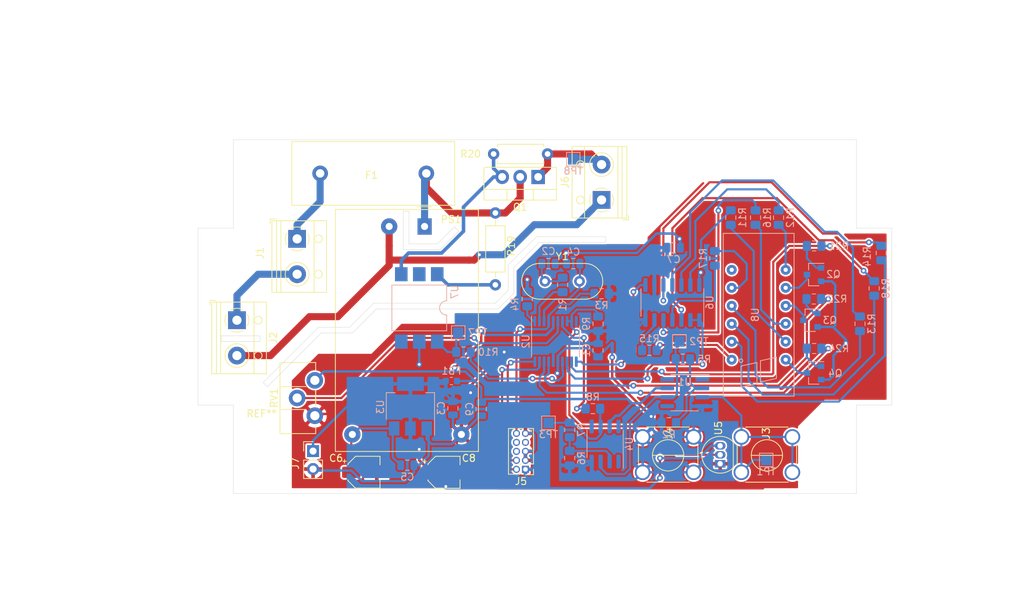
<source format=kicad_pcb>
(kicad_pcb (version 20171130) (host pcbnew "(5.1.6)-1")
  (layers (0 F.Cu signal) (31 B.Cu signal) (34 B.Paste user) (35 F.Paste user) (36 B.SilkS user) (37 F.SilkS user) (38 B.Mask user) (39 F.Mask user) (44 Edge.Cuts user))
  (net 0 "")
  (net 1 GND)
  (net 2 +3V3)
  (net 3 "Net-(C2-Pad1)")
  (net 4 "Net-(C4-Pad1)")
  (net 5 "Net-(C5-Pad1)")
  (net 6 +3.3VA)
  (net 7 LINE)
  (net 8 "Net-(F1-Pad2)")
  (net 9 "Net-(J1-Pad2)")
  (net 10 NEUT)
  (net 11 "Net-(J3-Pad1)")
  (net 12 GNDA)
  (net 13 SWDIO)
  (net 14 SWDCLK)
  (net 15 NRST)
  (net 16 "Net-(Q1-Pad3)")
  (net 17 "Net-(Q2-Pad1)")
  (net 18 "Net-(Q2-Pad3)")
  (net 19 "Net-(Q3-Pad3)")
  (net 20 "Net-(Q3-Pad1)")
  (net 21 "Net-(Q4-Pad1)")
  (net 22 "Net-(Q4-Pad3)")
  (net 23 "Net-(R1-Pad1)")
  (net 24 "Net-(R2-Pad2)")
  (net 25 "Net-(R4-Pad2)")
  (net 26 "Net-(R5-Pad2)")
  (net 27 "Net-(R6-Pad2)")
  (net 28 "Net-(R7-Pad2)")
  (net 29 TEMP_SENSE)
  (net 30 "Net-(R9-Pad1)")
  (net 31 "Net-(R10-Pad2)")
  (net 32 LOAD_CONTROL)
  (net 33 "Net-(R11-Pad2)")
  (net 34 "Net-(R11-Pad1)")
  (net 35 "Net-(R12-Pad1)")
  (net 36 "Net-(R12-Pad2)")
  (net 37 "Net-(R13-Pad2)")
  (net 38 "Net-(R13-Pad1)")
  (net 39 "Net-(R14-Pad1)")
  (net 40 "Net-(R14-Pad2)")
  (net 41 "Net-(R15-Pad2)")
  (net 42 "Net-(R15-Pad1)")
  (net 43 "Net-(R16-Pad1)")
  (net 44 "Net-(R16-Pad2)")
  (net 45 "Net-(R17-Pad2)")
  (net 46 "Net-(R17-Pad1)")
  (net 47 "Net-(R18-Pad1)")
  (net 48 "Net-(R18-Pad2)")
  (net 49 "Net-(R19-Pad1)")
  (net 50 DIGIT_1)
  (net 51 DIGIT_2)
  (net 52 DIGIT_3)
  (net 53 TEMP_SET)
  (net 54 SHIFT_CLOCK)
  (net 55 SHIFT_DATA)
  (net 56 "Net-(J5-Pad8)")
  (net 57 "Net-(J5-Pad7)")
  (net 58 "Net-(J5-Pad6)")
  (net 59 "Net-(U1-Pad8)")
  (net 60 "Net-(U1-Pad5)")
  (net 61 "Net-(U1-Pad1)")
  (net 62 "Net-(U2-Pad10)")
  (net 63 "Net-(U4-Pad8)")
  (net 64 "Net-(U4-Pad5)")
  (net 65 "Net-(U4-Pad1)")
  (net 66 "Net-(U7-Pad3)")
  (net 67 "Net-(U7-Pad5)")
  (net 68 "Net-(J6-Pad2)")
  (module MountingHole:MountingHole_3.2mm_M3_DIN965 (layer F.Cu) (at 59 133)
    (fp_text reference REF** (at 0 -3.8) (layer F.SilkS))
    (fp_text value MountingHole_3.2mm_M3_DIN965)
    (pad 1 np_thru_hole circle (at 0 0) (size 3.2 3.2) (drill 3.2) (layers *.Cu *.Mask))
  )
  (module acid_vaporizer:Potentiometer_ACP_CA9-H2,5_Horizontal (layer F.Cu) (at 66.5 129.5 180)
    (fp_text reference RV1 (at 5.75 2.5 90) (layer F.SilkS))
    (fp_text value 5K)
    (pad 1 thru_hole circle (at 0 0 180) (size 2.34 2.34) (drill 1.3) (layers *.Cu *.Mask) (net 1 GND))
    (pad 2 thru_hole circle (at 2.5 2.5 180) (size 2.34 2.34) (drill 1.3) (layers *.Cu *.Mask) (net 53 TEMP_SET))
    (pad 3 thru_hole circle (at 0 5 180) (size 2.34 2.34) (drill 1.3) (layers *.Cu *.Mask) (net 6 +3.3VA))
  )
  (module "acid_vaporizer:K14-00(AH)" (layer F.Cu) (at 126.75 137.5 90)
    (fp_text reference J3 (at 5.5 3.5 90) (layer F.SilkS))
    (fp_text value Screw_Terminal_01x01)
    (pad 1 thru_hole circle (at 0 7.2 90) (size 2.2 2.2) (drill 1.7) (layers *.Cu *.Mask) (net 11 "Net-(J3-Pad1)"))
    (pad 1 thru_hole circle (at 5 7.2 90) (size 2.2 2.2) (drill 1.7) (layers *.Cu *.Mask) (net 11 "Net-(J3-Pad1)"))
    (pad 1 thru_hole circle (at 5 0 90) (size 2.2 2.2) (drill 1.7) (layers *.Cu *.Mask) (net 11 "Net-(J3-Pad1)"))
    (pad 1 thru_hole circle (at 0 0 90) (size 2.2 2.2) (drill 1.7) (layers *.Cu *.Mask) (net 11 "Net-(J3-Pad1)"))
  )
  (module "acid_vaporizer:K14-00(AH)" (layer F.Cu) (at 112.8 137.5 90)
    (fp_text reference J4 (at 5.5 3.7 90) (layer F.SilkS))
    (fp_text value Screw_Terminal_01x01)
    (pad 1 thru_hole circle (at 0 7.2 90) (size 2.2 2.2) (drill 1.7) (layers *.Cu *.Mask) (net 12 GNDA))
    (pad 1 thru_hole circle (at 5 7.2 90) (size 2.2 2.2) (drill 1.7) (layers *.Cu *.Mask) (net 12 GNDA))
    (pad 1 thru_hole circle (at 5 0 90) (size 2.2 2.2) (drill 1.7) (layers *.Cu *.Mask) (net 12 GNDA))
    (pad 1 thru_hole circle (at 0 0 90) (size 2.2 2.2) (drill 1.7) (layers *.Cu *.Mask) (net 12 GNDA))
  )
  (module acid_vaporizer:E30281 (layer B.Cu) (at 129.19 115.23 90)
    (fp_text reference U8 (at 0 -0.5 270) (layer B.SilkS) (effects (justify mirror)))
    (fp_text value E30281)
    (pad 12 thru_hole circle (at -6.35 3.81 90) (size 1.4 1.4) (drill 0.6) (layers *.Cu *.Mask) (net 22 "Net-(Q4-Pad3)"))
    (pad 11 thru_hole circle (at -3.81 3.81 90) (size 1.4 1.4) (drill 0.6) (layers *.Cu *.Mask) (net 34 "Net-(R11-Pad1)"))
    (pad 10 thru_hole circle (at -1.27 3.81 90) (size 1.4 1.4) (drill 0.6) (layers *.Cu *.Mask) (net 43 "Net-(R16-Pad1)"))
    (pad 9 thru_hole circle (at 1.27 3.81 90) (size 1.4 1.4) (drill 0.6) (layers *.Cu *.Mask) (net 19 "Net-(Q3-Pad3)"))
    (pad 8 thru_hole circle (at 3.81 3.81 90) (size 1.4 1.4) (drill 0.6) (layers *.Cu *.Mask) (net 18 "Net-(Q2-Pad3)"))
    (pad 7 thru_hole circle (at 6.35 3.81 90) (size 1.4 1.4) (drill 0.6) (layers *.Cu *.Mask) (net 35 "Net-(R12-Pad1)"))
    (pad 6 thru_hole circle (at 6.35 -3.81 90) (size 1.4 1.4) (drill 0.6) (layers *.Cu *.Mask))
    (pad 5 thru_hole circle (at 3.81 -3.81 90) (size 1.4 1.4) (drill 0.6) (layers *.Cu *.Mask) (net 46 "Net-(R17-Pad1)"))
    (pad 4 thru_hole circle (at 1.27 -3.81 90) (size 1.4 1.4) (drill 0.6) (layers *.Cu *.Mask) (net 38 "Net-(R13-Pad1)"))
    (pad 3 thru_hole circle (at -1.27 -3.81 90) (size 1.4 1.4) (drill 0.6) (layers *.Cu *.Mask) (net 47 "Net-(R18-Pad1)"))
    (pad 2 thru_hole circle (at -3.81 -3.81 90) (size 1.4 1.4) (drill 0.6) (layers *.Cu *.Mask) (net 39 "Net-(R14-Pad1)"))
    (pad 1 thru_hole circle (at -6.35 -3.81 90) (size 1.4 1.4) (drill 0.6) (layers *.Cu *.Mask) (net 42 "Net-(R15-Pad1)"))
  )
  (module acid_vaporizer:FH5-1098 (layer F.Cu) (at 80.25 97.25 180)
    (fp_text reference F1 (at 5.75 1.75) (layer F.SilkS))
    (fp_text value Fuse)
    (pad 2 thru_hole circle (at 13 2 180) (size 2.2 2.2) (drill 1.2) (layers *.Cu *.Mask) (net 8 "Net-(F1-Pad2)"))
    (pad 1 thru_hole circle (at -2 2 180) (size 2.2 2.2) (drill 1.2) (layers *.Cu *.Mask) (net 7 LINE))
  )
  (module Resistor_THT:R_Axial_DIN0207_L6.3mm_D2.5mm_P10.16mm_Horizontal (layer F.Cu) (at 92 111 90)
    (fp_text reference R19 (at 5.5 2.25 90) (layer F.SilkS))
    (fp_text value 360)
    (pad 2 thru_hole oval (at 10.16 0 90) (size 1.6 1.6) (drill 0.8) (layers *.Cu *.Mask) (net 7 LINE))
    (pad 1 thru_hole circle (at 0 0 90) (size 1.6 1.6) (drill 0.8) (layers *.Cu *.Mask) (net 49 "Net-(R19-Pad1)"))
  )
  (module acid_vaporizer:TerminalBlock_1x02_P5.00mm_Horizontal (layer F.Cu) (at 107 99 90)
    (fp_text reference J6 (at 2.5 -5.16 90) (layer F.SilkS))
    (fp_text value Screw_Terminal_01x02)
    (pad 2 thru_hole circle (at 5 0 90) (size 2.5 2.5) (drill 1.3) (layers *.Cu *.Mask) (net 68 "Net-(J6-Pad2)"))
    (pad 1 thru_hole rect (at 0 0 90) (size 2.5 2.5) (drill 1.3) (layers *.Cu *.Mask) (net 10 NEUT))
  )
  (module acid_vaporizer:HiLink_HLK-PMxx (layer F.Cu) (at 82 102.75 270)
    (fp_text reference PS1 (at -1 -3.75) (layer F.SilkS))
    (fp_text value HLK-PM01)
    (pad 4 thru_hole circle (at 29.4 10.2 270) (size 2.3 2.3) (drill 1) (layers *.Cu *.Mask) (net 5 "Net-(C5-Pad1)"))
    (pad 2 thru_hole circle (at 0 5 270) (size 2.3 2.3) (drill 1) (layers *.Cu *.Mask) (net 10 NEUT))
    (pad 1 thru_hole rect (at 0 0 270) (size 2.3 2) (drill 1) (layers *.Cu *.Mask) (net 7 LINE))
    (pad 3 thru_hole circle (at 29.4 -5.2 270) (size 2.3 2.3) (drill 1) (layers *.Cu *.Mask) (net 1 GND))
  )
  (module acid_vaporizer:TerminalBlock_1x02_P5.00mm_Horizontal (layer F.Cu) (at 55.5 116 270)
    (fp_text reference J2 (at 2.5 -5.16 90) (layer F.SilkS))
    (fp_text value Screw_Terminal_01x02 hide)
    (pad 2 thru_hole circle (at 5 0 270) (size 2.5 2.5) (drill 1.3) (layers *.Cu *.Mask) (net 10 NEUT))
    (pad 1 thru_hole rect (at 0 0 270) (size 2.5 2.5) (drill 1.3) (layers *.Cu *.Mask) (net 9 "Net-(J1-Pad2)"))
  )
  (module acid_vaporizer:TerminalBlock_1x02_P5.00mm_Horizontal (layer F.Cu) (at 64 104.5 270)
    (fp_text reference J1 (at 2 5.25 90) (layer F.SilkS))
    (fp_text value Screw_Terminal_01x02 hide)
    (pad 2 thru_hole circle (at 5 0 270) (size 2.5 2.5) (drill 1.3) (layers *.Cu *.Mask) (net 9 "Net-(J1-Pad2)"))
    (pad 1 thru_hole rect (at 0 0 270) (size 2.5 2.5) (drill 1.3) (layers *.Cu *.Mask) (net 8 "Net-(F1-Pad2)"))
  )
  (module MountingHole:MountingHole_3.2mm_M3 (layer F.Cu) (at 139 98)
    (fp_text reference REF** hide)
    (fp_text value MountingHole_3.2mm_M3 hide)
    (pad 1 np_thru_hole circle (at 0 0) (size 3.2 3.2) (drill 3.2) (layers *.Cu *.Mask))
  )
  (module MountingHole:MountingHole_3.2mm_M3 (layer F.Cu) (at 139 133)
    (fp_text reference REF** hide)
    (fp_text value MountingHole_3.2mm_M3 hide)
    (pad 1 np_thru_hole circle (at 0 0) (size 3.2 3.2) (drill 3.2) (layers *.Cu *.Mask))
  )
  (module MountingHole:MountingHole_3.2mm_M3 (layer F.Cu) (at 59 98)
    (fp_text reference REF** hide)
    (fp_text value MountingHole_3.2mm_M3 hide)
    (pad 1 np_thru_hole circle (at 0 0) (size 3.2 3.2) (drill 3.2) (layers *.Cu *.Mask))
  )
  (module Resistor_SMD:R_0805_2012Metric_Pad1.15x1.40mm_HandSolder (layer B.Cu) (at 143.5 116.5 90)
    (fp_text reference R13 (at 0 1.65 90) (layer B.SilkS) (effects (justify mirror)))
    (fp_text value 130)
    (pad 2 smd roundrect (at 1.025 0 90) (size 1.15 1.4) (layers B.Cu B.Paste B.Mask) (roundrect_rratio 0.217391) (net 37 "Net-(R13-Pad2)"))
    (pad 1 smd roundrect (at -1.025 0 90) (size 1.15 1.4) (layers B.Cu B.Paste B.Mask) (roundrect_rratio 0.217391) (net 38 "Net-(R13-Pad1)"))
  )
  (module Package_TO_SOT_THT:TO-92_Inline (layer F.Cu) (at 123.75 136.29 90)
    (fp_text reference U5 (at 5.04 -0.25 90) (layer F.SilkS))
    (fp_text value DS18B20)
    (pad 1 thru_hole rect (at 0 0 90) (size 1.05 1.5) (drill 0.75) (layers *.Cu *.Mask) (net 1 GND))
    (pad 3 thru_hole oval (at 2.54 0 90) (size 1.05 1.5) (drill 0.75) (layers *.Cu *.Mask) (net 2 +3V3))
    (pad 2 thru_hole oval (at 1.27 0 90) (size 1.05 1.5) (drill 0.75) (layers *.Cu *.Mask) (net 30 "Net-(R9-Pad1)"))
  )
  (module Connector_PinHeader_1.27mm:PinHeader_2x05_P1.27mm_Vertical (layer F.Cu) (at 96.25 137.08 180)
    (fp_text reference J5 (at 0.635 -1.695) (layer F.SilkS))
    (fp_text value Conn_ARM_JTAG_SWD_10 hide)
    (pad 10 thru_hole oval (at 1.27 5.08 180) (size 1 1) (drill 0.65) (layers *.Cu *.Mask) (net 15 NRST))
    (pad 9 thru_hole oval (at 0 5.08 180) (size 1 1) (drill 0.65) (layers *.Cu *.Mask) (net 1 GND))
    (pad 8 thru_hole oval (at 1.27 3.81 180) (size 1 1) (drill 0.65) (layers *.Cu *.Mask) (net 56 "Net-(J5-Pad8)"))
    (pad 7 thru_hole oval (at 0 3.81 180) (size 1 1) (drill 0.65) (layers *.Cu *.Mask) (net 57 "Net-(J5-Pad7)"))
    (pad 6 thru_hole oval (at 1.27 2.54 180) (size 1 1) (drill 0.65) (layers *.Cu *.Mask) (net 58 "Net-(J5-Pad6)"))
    (pad 5 thru_hole oval (at 0 2.54 180) (size 1 1) (drill 0.65) (layers *.Cu *.Mask) (net 1 GND))
    (pad 4 thru_hole oval (at 1.27 1.27 180) (size 1 1) (drill 0.65) (layers *.Cu *.Mask) (net 14 SWDCLK))
    (pad 3 thru_hole oval (at 0 1.27 180) (size 1 1) (drill 0.65) (layers *.Cu *.Mask) (net 1 GND))
    (pad 2 thru_hole oval (at 1.27 0 180) (size 1 1) (drill 0.65) (layers *.Cu *.Mask) (net 13 SWDIO))
    (pad 1 thru_hole rect (at 0 0 180) (size 1 1) (drill 0.65) (layers *.Cu *.Mask) (net 2 +3V3))
  )
  (module Capacitor_SMD:C_0805_2012Metric (layer B.Cu) (at 99.5 108)
    (fp_text reference C2 (at 0 -1.75) (layer B.SilkS) (effects (justify mirror)))
    (fp_text value 16p)
    (pad 2 smd roundrect (at 0.9375 0) (size 0.975 1.4) (layers B.Cu B.Paste B.Mask) (net 1 GND))
    (pad 1 smd roundrect (at -0.9375 0) (size 0.975 1.4) (layers B.Cu B.Paste B.Mask) (net 3 "Net-(C2-Pad1)"))
  )
  (module Resistor_SMD:R_0805_2012Metric_Pad1.15x1.40mm_HandSolder (layer B.Cu) (at 128.75 101.5 90)
    (fp_text reference R16 (at 0 1.65 90) (layer B.SilkS) (effects (justify mirror)))
    (fp_text value 130)
    (pad 2 smd roundrect (at 1.025 0 90) (size 1.15 1.4) (layers B.Cu B.Paste B.Mask) (roundrect_rratio 0.217391) (net 44 "Net-(R16-Pad2)"))
    (pad 1 smd roundrect (at -1.025 0 90) (size 1.15 1.4) (layers B.Cu B.Paste B.Mask) (roundrect_rratio 0.217391) (net 43 "Net-(R16-Pad1)"))
  )
  (module Package_SO:TSSOP-20_4.4x6.5mm_P0.65mm (layer B.Cu) (at 100.5 119 270)
    (fp_text reference U2 (at 0 4.2 90) (layer B.SilkS) (effects (justify mirror)))
    (fp_text value STM32F030F4Px)
    (pad 20 smd roundrect (at 2.8625 2.925 270) (size 1.475 0.4) (layers B.Cu B.Paste B.Mask) (net 14 SWDCLK))
    (pad 19 smd roundrect (at 2.8625 2.275 270) (size 1.475 0.4) (layers B.Cu B.Paste B.Mask) (net 13 SWDIO))
    (pad 18 smd roundrect (at 2.8625 1.625 270) (size 1.475 0.4) (layers B.Cu B.Paste B.Mask) (net 52 DIGIT_3))
    (pad 17 smd roundrect (at 2.8625 0.975 270) (size 1.475 0.4) (layers B.Cu B.Paste B.Mask) (net 51 DIGIT_2))
    (pad 16 smd roundrect (at 2.8625 0.325 270) (size 1.475 0.4) (layers B.Cu B.Paste B.Mask) (net 2 +3V3))
    (pad 15 smd roundrect (at 2.8625 -0.325 270) (size 1.475 0.4) (layers B.Cu B.Paste B.Mask) (net 1 GND))
    (pad 14 smd roundrect (at 2.8625 -0.975 270) (size 1.475 0.4) (layers B.Cu B.Paste B.Mask) (net 32 LOAD_CONTROL))
    (pad 13 smd roundrect (at 2.8625 -1.625 270) (size 1.475 0.4) (layers B.Cu B.Paste B.Mask) (net 55 SHIFT_DATA))
    (pad 12 smd roundrect (at 2.8625 -2.275 270) (size 1.475 0.4) (layers B.Cu B.Paste B.Mask) (net 50 DIGIT_1))
    (pad 11 smd roundrect (at 2.8625 -2.925 270) (size 1.475 0.4) (layers B.Cu B.Paste B.Mask) (net 54 SHIFT_CLOCK))
    (pad 10 smd roundrect (at -2.8625 -2.925 270) (size 1.475 0.4) (layers B.Cu B.Paste B.Mask) (net 62 "Net-(U2-Pad10)"))
    (pad 9 smd roundrect (at -2.8625 -2.275 270) (size 1.475 0.4) (layers B.Cu B.Paste B.Mask) (net 30 "Net-(R9-Pad1)"))
    (pad 8 smd roundrect (at -2.8625 -1.625 270) (size 1.475 0.4) (layers B.Cu B.Paste B.Mask) (net 30 "Net-(R9-Pad1)"))
    (pad 7 smd roundrect (at -2.8625 -0.975 270) (size 1.475 0.4) (layers B.Cu B.Paste B.Mask) (net 29 TEMP_SENSE))
    (pad 6 smd roundrect (at -2.8625 -0.325 270) (size 1.475 0.4) (layers B.Cu B.Paste B.Mask) (net 53 TEMP_SET))
    (pad 5 smd roundrect (at -2.8625 0.325 270) (size 1.475 0.4) (layers B.Cu B.Paste B.Mask) (net 6 +3.3VA))
    (pad 4 smd roundrect (at -2.8625 0.975 270) (size 1.475 0.4) (layers B.Cu B.Paste B.Mask) (net 15 NRST))
    (pad 3 smd roundrect (at -2.8625 1.625 270) (size 1.475 0.4) (layers B.Cu B.Paste B.Mask) (net 4 "Net-(C4-Pad1)"))
    (pad 2 smd roundrect (at -2.8625 2.275 270) (size 1.475 0.4) (layers B.Cu B.Paste B.Mask) (net 23 "Net-(R1-Pad1)"))
    (pad 1 smd roundrect (at -2.8625 2.925 270) (size 1.475 0.4) (layers B.Cu B.Paste B.Mask) (net 25 "Net-(R4-Pad2)"))
  )
  (module Crystal:Crystal_HC49-4H_Vertical (layer F.Cu) (at 99 110.5)
    (fp_text reference Y1 (at 2.44 -3.525) (layer F.SilkS))
    (fp_text value 8MHz)
    (pad 2 thru_hole circle (at 4.88 0) (size 1.5 1.5) (drill 0.8) (layers *.Cu *.Mask) (net 4 "Net-(C4-Pad1)"))
    (pad 1 thru_hole circle (at 0 0) (size 1.5 1.5) (drill 0.8) (layers *.Cu *.Mask) (net 3 "Net-(C2-Pad1)"))
  )
  (module Package_DIP:SMDIP-6_W9.53mm (layer B.Cu) (at 81.25 114.265 90)
    (fp_text reference U7 (at 2.265 5 90) (layer B.SilkS) (effects (justify mirror)))
    (fp_text value MOC3063M)
    (pad 6 smd rect (at 4.765 2.54 90) (size 2 1.78) (layers B.Cu B.Paste B.Mask) (net 49 "Net-(R19-Pad1)"))
    (pad 3 smd rect (at -4.765 -2.54 90) (size 2 1.78) (layers B.Cu B.Paste B.Mask) (net 66 "Net-(U7-Pad3)"))
    (pad 5 smd rect (at 4.765 0 90) (size 2 1.78) (layers B.Cu B.Paste B.Mask) (net 67 "Net-(U7-Pad5)"))
    (pad 2 smd rect (at -4.765 0 90) (size 2 1.78) (layers B.Cu B.Paste B.Mask) (net 1 GND))
    (pad 4 smd rect (at 4.765 -2.54 90) (size 2 1.78) (layers B.Cu B.Paste B.Mask) (net 16 "Net-(Q1-Pad3)"))
    (pad 1 smd rect (at -4.765 2.54 90) (size 2 1.78) (layers B.Cu B.Paste B.Mask) (net 31 "Net-(R10-Pad2)"))
  )
  (module Package_SO:SOIC-14_3.9x8.7mm_P1.27mm (layer B.Cu) (at 117 113.5 90)
    (fp_text reference U6 (at 0 5.28 90) (layer B.SilkS) (effects (justify mirror)))
    (fp_text value 74HC164)
    (pad 14 smd roundrect (at 2.475 3.81 90) (size 1.95 0.6) (layers B.Cu B.Paste B.Mask) (net 1 GND))
    (pad 13 smd roundrect (at 2.475 2.54 90) (size 1.95 0.6) (layers B.Cu B.Paste B.Mask) (net 33 "Net-(R11-Pad2)"))
    (pad 12 smd roundrect (at 2.475 1.27 90) (size 1.95 0.6) (layers B.Cu B.Paste B.Mask) (net 36 "Net-(R12-Pad2)"))
    (pad 11 smd roundrect (at 2.475 0 90) (size 1.95 0.6) (layers B.Cu B.Paste B.Mask) (net 37 "Net-(R13-Pad2)"))
    (pad 10 smd roundrect (at 2.475 -1.27 90) (size 1.95 0.6) (layers B.Cu B.Paste B.Mask) (net 40 "Net-(R14-Pad2)"))
    (pad 9 smd roundrect (at 2.475 -2.54 90) (size 1.95 0.6) (layers B.Cu B.Paste B.Mask) (net 2 +3V3))
    (pad 8 smd roundrect (at 2.475 -3.81 90) (size 1.95 0.6) (layers B.Cu B.Paste B.Mask) (net 54 SHIFT_CLOCK))
    (pad 7 smd roundrect (at -2.475 -3.81 90) (size 1.95 0.6) (layers B.Cu B.Paste B.Mask) (net 2 +3V3))
    (pad 6 smd roundrect (at -2.475 -2.54 90) (size 1.95 0.6) (layers B.Cu B.Paste B.Mask) (net 41 "Net-(R15-Pad2)"))
    (pad 5 smd roundrect (at -2.475 -1.27 90) (size 1.95 0.6) (layers B.Cu B.Paste B.Mask) (net 44 "Net-(R16-Pad2)"))
    (pad 4 smd roundrect (at -2.475 0 90) (size 1.95 0.6) (layers B.Cu B.Paste B.Mask) (net 45 "Net-(R17-Pad2)"))
    (pad 3 smd roundrect (at -2.475 1.27 90) (size 1.95 0.6) (layers B.Cu B.Paste B.Mask) (net 48 "Net-(R18-Pad2)"))
    (pad 2 smd roundrect (at -2.475 2.54 90) (size 1.95 0.6) (layers B.Cu B.Paste B.Mask) (net 55 SHIFT_DATA))
    (pad 1 smd roundrect (at -2.475 3.81 90) (size 1.95 0.6) (layers B.Cu B.Paste B.Mask) (net 55 SHIFT_DATA))
  )
  (module Package_SO:SOIC-8_3.9x4.9mm_P1.27mm (layer B.Cu) (at 107.5 133.5 90)
    (fp_text reference U4 (at 0 3.4 90) (layer B.SilkS) (effects (justify mirror)))
    (fp_text value OPA333xxD)
    (pad 8 smd roundrect (at 2.475 1.905 90) (size 1.95 0.6) (layers B.Cu B.Paste B.Mask) (net 63 "Net-(U4-Pad8)"))
    (pad 7 smd roundrect (at 2.475 0.635 90) (size 1.95 0.6) (layers B.Cu B.Paste B.Mask) (net 6 +3.3VA))
    (pad 6 smd roundrect (at 2.475 -0.635 90) (size 1.95 0.6) (layers B.Cu B.Paste B.Mask) (net 28 "Net-(R7-Pad2)"))
    (pad 5 smd roundrect (at 2.475 -1.905 90) (size 1.95 0.6) (layers B.Cu B.Paste B.Mask) (net 64 "Net-(U4-Pad5)"))
    (pad 4 smd roundrect (at -2.475 -1.905 90) (size 1.95 0.6) (layers B.Cu B.Paste B.Mask) (net 12 GNDA))
    (pad 3 smd roundrect (at -2.475 -0.635 90) (size 1.95 0.6) (layers B.Cu B.Paste B.Mask) (net 26 "Net-(R5-Pad2)"))
    (pad 2 smd roundrect (at -2.475 0.635 90) (size 1.95 0.6) (layers B.Cu B.Paste B.Mask) (net 27 "Net-(R6-Pad2)"))
    (pad 1 smd roundrect (at -2.475 1.905 90) (size 1.95 0.6) (layers B.Cu B.Paste B.Mask) (net 65 "Net-(U4-Pad1)"))
  )
  (module Package_TO_SOT_SMD:SOT-223-3_TabPin2 (layer B.Cu) (at 80 128.15 90)
    (fp_text reference U3 (at -0.1 -4.25 90) (layer B.SilkS) (effects (justify mirror)))
    (fp_text value AMS1117-3.3)
    (pad 1 smd rect (at -3.15 2.3 90) (size 2 1.5) (layers B.Cu B.Paste B.Mask) (net 1 GND))
    (pad 3 smd rect (at -3.15 -2.3 90) (size 2 1.5) (layers B.Cu B.Paste B.Mask) (net 5 "Net-(C5-Pad1)"))
    (pad 2 smd rect (at -3.15 0 90) (size 2 1.5) (layers B.Cu B.Paste B.Mask) (net 2 +3V3))
    (pad 2 smd rect (at 3.15 0 90) (size 2 3.8) (layers B.Cu B.Paste B.Mask) (net 2 +3V3))
  )
  (module Package_SO:SOIC-8_3.9x4.9mm_P1.27mm (layer B.Cu) (at 118.75 126.25 180)
    (fp_text reference U1 (at 0 1.5 180) (layer B.SilkS) (effects (justify mirror)))
    (fp_text value OPA333xxD hide)
    (pad 8 smd roundrect (at 2.475 1.905 180) (size 1.95 0.6) (layers B.Cu B.Paste B.Mask) (net 59 "Net-(U1-Pad8)"))
    (pad 7 smd roundrect (at 2.475 0.635 180) (size 1.95 0.6) (layers B.Cu B.Paste B.Mask) (net 6 +3.3VA))
    (pad 6 smd roundrect (at 2.475 -0.635 180) (size 1.95 0.6) (layers B.Cu B.Paste B.Mask) (net 26 "Net-(R5-Pad2)"))
    (pad 5 smd roundrect (at 2.475 -1.905 180) (size 1.95 0.6) (layers B.Cu B.Paste B.Mask) (net 60 "Net-(U1-Pad5)"))
    (pad 4 smd roundrect (at -2.475 -1.905 180) (size 1.95 0.6) (layers B.Cu B.Paste B.Mask) (net 12 GNDA))
    (pad 3 smd roundrect (at -2.475 -0.635 180) (size 1.95 0.6) (layers B.Cu B.Paste B.Mask) (net 11 "Net-(J3-Pad1)"))
    (pad 2 smd roundrect (at -2.475 0.635 180) (size 1.95 0.6) (layers B.Cu B.Paste B.Mask) (net 24 "Net-(R2-Pad2)"))
    (pad 1 smd roundrect (at -2.475 1.905 180) (size 1.95 0.6) (layers B.Cu B.Paste B.Mask) (net 61 "Net-(U1-Pad1)"))
  )
  (module TestPoint:TestPoint_Pad_1.5x1.5mm (layer B.Cu) (at 103 93.25)
    (fp_text reference TP8 (at 0 1.648) (layer B.SilkS) (effects (justify mirror)))
    (fp_text value TestPoint hide)
    (pad 1 smd rect (at 0 0) (size 1.5 1.5) (layers B.Cu B.Mask) (net 68 "Net-(J6-Pad2)"))
  )
  (module TestPoint:TestPoint_Pad_1.5x1.5mm (layer B.Cu) (at 86.75 117.75)
    (fp_text reference TP7 (at 2.75 0) (layer B.SilkS) (effects (justify mirror)))
    (fp_text value TestPoint hide)
    (pad 1 smd rect (at 0 0) (size 1.5 1.5) (layers B.Cu B.Mask) (net 31 "Net-(R10-Pad2)"))
  )
  (module TestPoint:TestPoint_Pad_1.5x1.5mm (layer B.Cu) (at 99.5 130.5)
    (fp_text reference TP3 (at 0 1.648) (layer B.SilkS) (effects (justify mirror)))
    (fp_text value TestPoint hide)
    (pad 1 smd rect (at 0 0) (size 1.5 1.5) (layers B.Cu B.Mask) (net 28 "Net-(R7-Pad2)"))
  )
  (module TestPoint:TestPoint_Pad_1.5x1.5mm (layer B.Cu) (at 118 119)
    (fp_text reference TP2 (at 2.75 0) (layer B.SilkS) (effects (justify mirror)))
    (fp_text value TestPoint hide)
    (pad 1 smd rect (at 0 0) (size 1.5 1.5) (layers B.Cu B.Mask) (net 26 "Net-(R5-Pad2)"))
  )
  (module TestPoint:TestPoint_Pad_1.5x1.5mm (layer B.Cu) (at 130.25 135.75)
    (fp_text reference TP1 (at 0 1.648) (layer B.SilkS) (effects (justify mirror)))
    (fp_text value TestPoint hide)
    (pad 1 smd rect (at 0 0) (size 1.5 1.5) (layers B.Cu B.Mask) (net 11 "Net-(J3-Pad1)"))
  )
  (module Resistor_SMD:R_0805_2012Metric_Pad1.15x1.40mm_HandSolder (layer B.Cu) (at 137.025 120)
    (fp_text reference R24 (at 3.475 0) (layer B.SilkS) (effects (justify mirror)))
    (fp_text value 1K3)
    (pad 2 smd roundrect (at 1.025 0) (size 1.15 1.4) (layers B.Cu B.Paste B.Mask) (roundrect_rratio 0.217391) (net 52 DIGIT_3))
    (pad 1 smd roundrect (at -1.025 0) (size 1.15 1.4) (layers B.Cu B.Paste B.Mask) (roundrect_rratio 0.217391) (net 21 "Net-(Q4-Pad1)"))
  )
  (module Resistor_SMD:R_0805_2012Metric_Pad1.15x1.40mm_HandSolder (layer B.Cu) (at 136.975 113)
    (fp_text reference R22 (at 3.275 0) (layer B.SilkS) (effects (justify mirror)))
    (fp_text value 1K3)
    (pad 2 smd roundrect (at 1.025 0) (size 1.15 1.4) (layers B.Cu B.Paste B.Mask) (roundrect_rratio 0.217391) (net 51 DIGIT_2))
    (pad 1 smd roundrect (at -1.025 0) (size 1.15 1.4) (layers B.Cu B.Paste B.Mask) (roundrect_rratio 0.217391) (net 20 "Net-(Q3-Pad1)"))
  )
  (module Resistor_SMD:R_0805_2012Metric_Pad1.15x1.40mm_HandSolder (layer B.Cu) (at 137.025 105.5)
    (fp_text reference R21 (at 3.475 0) (layer B.SilkS) (effects (justify mirror)))
    (fp_text value 1K3)
    (pad 2 smd roundrect (at 1.025 0) (size 1.15 1.4) (layers B.Cu B.Paste B.Mask) (roundrect_rratio 0.217391) (net 50 DIGIT_1))
    (pad 1 smd roundrect (at -1.025 0) (size 1.15 1.4) (layers B.Cu B.Paste B.Mask) (roundrect_rratio 0.217391) (net 17 "Net-(Q2-Pad1)"))
  )
  (module Resistor_THT:R_Axial_DIN0207_L6.3mm_D2.5mm_P7.62mm_Horizontal (layer F.Cu) (at 91.75 92.5)
    (fp_text reference R20 (at -3.25 0) (layer F.SilkS))
    (fp_text value 360)
    (pad 2 thru_hole oval (at 7.62 0) (size 1.6 1.6) (drill 0.8) (layers *.Cu *.Mask) (net 68 "Net-(J6-Pad2)"))
    (pad 1 thru_hole circle (at 0 0) (size 1.6 1.6) (drill 0.8) (layers *.Cu *.Mask) (net 16 "Net-(Q1-Pad3)"))
  )
  (module Resistor_SMD:R_0805_2012Metric_Pad1.15x1.40mm_HandSolder (layer B.Cu) (at 145.5 111.5 90)
    (fp_text reference R18 (at 0 1.65 90) (layer B.SilkS) (effects (justify mirror)))
    (fp_text value 130)
    (pad 2 smd roundrect (at 1.025 0 90) (size 1.15 1.4) (layers B.Cu B.Paste B.Mask) (roundrect_rratio 0.217391) (net 48 "Net-(R18-Pad2)"))
    (pad 1 smd roundrect (at -1.025 0 90) (size 1.15 1.4) (layers B.Cu B.Paste B.Mask) (roundrect_rratio 0.217391) (net 47 "Net-(R18-Pad1)"))
  )
  (module Resistor_SMD:R_0805_2012Metric_Pad1.15x1.40mm_HandSolder (layer B.Cu) (at 123 107.25 270)
    (fp_text reference R17 (at 0 1.65 90) (layer B.SilkS) (effects (justify mirror)))
    (fp_text value 130)
    (pad 2 smd roundrect (at 1.025 0 270) (size 1.15 1.4) (layers B.Cu B.Paste B.Mask) (roundrect_rratio 0.217391) (net 45 "Net-(R17-Pad2)"))
    (pad 1 smd roundrect (at -1.025 0 270) (size 1.15 1.4) (layers B.Cu B.Paste B.Mask) (roundrect_rratio 0.217391) (net 46 "Net-(R17-Pad1)"))
  )
  (module Resistor_SMD:R_0805_2012Metric_Pad1.15x1.40mm_HandSolder (layer B.Cu) (at 113.75 120.25 180)
    (fp_text reference R15 (at 0 1.65) (layer B.SilkS) (effects (justify mirror)))
    (fp_text value 130)
    (pad 2 smd roundrect (at 1.025 0 180) (size 1.15 1.4) (layers B.Cu B.Paste B.Mask) (roundrect_rratio 0.217391) (net 41 "Net-(R15-Pad2)"))
    (pad 1 smd roundrect (at -1.025 0 180) (size 1.15 1.4) (layers B.Cu B.Paste B.Mask) (roundrect_rratio 0.217391) (net 42 "Net-(R15-Pad1)"))
  )
  (module Resistor_SMD:R_0805_2012Metric_Pad1.15x1.40mm_HandSolder (layer B.Cu) (at 146.5 106.5 90)
    (fp_text reference R14 (at -0.5 -2 90) (layer B.SilkS) (effects (justify mirror)))
    (fp_text value 130)
    (pad 2 smd roundrect (at 1.025 0 90) (size 1.15 1.4) (layers B.Cu B.Paste B.Mask) (roundrect_rratio 0.217391) (net 40 "Net-(R14-Pad2)"))
    (pad 1 smd roundrect (at -1.025 0 90) (size 1.15 1.4) (layers B.Cu B.Paste B.Mask) (roundrect_rratio 0.217391) (net 39 "Net-(R14-Pad1)"))
  )
  (module Resistor_SMD:R_0805_2012Metric_Pad1.15x1.40mm_HandSolder (layer B.Cu) (at 132 101.5 90)
    (fp_text reference R12 (at 0 1.65 90) (layer B.SilkS) (effects (justify mirror)))
    (fp_text value 130)
    (pad 2 smd roundrect (at 1.025 0 90) (size 1.15 1.4) (layers B.Cu B.Paste B.Mask) (roundrect_rratio 0.217391) (net 36 "Net-(R12-Pad2)"))
    (pad 1 smd roundrect (at -1.025 0 90) (size 1.15 1.4) (layers B.Cu B.Paste B.Mask) (roundrect_rratio 0.217391) (net 35 "Net-(R12-Pad1)"))
  )
  (module Resistor_SMD:R_0805_2012Metric_Pad1.15x1.40mm_HandSolder (layer B.Cu) (at 125.25 101.5 90)
    (fp_text reference R11 (at 0 1.65 90) (layer B.SilkS) (effects (justify mirror)))
    (fp_text value 130)
    (pad 2 smd roundrect (at 1.025 0 90) (size 1.15 1.4) (layers B.Cu B.Paste B.Mask) (roundrect_rratio 0.217391) (net 33 "Net-(R11-Pad2)"))
    (pad 1 smd roundrect (at -1.025 0 90) (size 1.15 1.4) (layers B.Cu B.Paste B.Mask) (roundrect_rratio 0.217391) (net 34 "Net-(R11-Pad1)"))
  )
  (module Resistor_SMD:R_0805_2012Metric_Pad1.15x1.40mm_HandSolder (layer B.Cu) (at 87.5 120.5 180)
    (fp_text reference R10 (at -3.5 0) (layer B.SilkS) (effects (justify mirror)))
    (fp_text value 130)
    (pad 2 smd roundrect (at 1.025 0 180) (size 1.15 1.4) (layers B.Cu B.Paste B.Mask) (roundrect_rratio 0.217391) (net 31 "Net-(R10-Pad2)"))
    (pad 1 smd roundrect (at -1.025 0 180) (size 1.15 1.4) (layers B.Cu B.Paste B.Mask) (roundrect_rratio 0.217391) (net 32 LOAD_CONTROL))
  )
  (module Resistor_SMD:R_0805_2012Metric_Pad1.15x1.40mm_HandSolder (layer B.Cu) (at 106.5 116.5 270)
    (fp_text reference R9 (at 0 1.65 90) (layer B.SilkS) (effects (justify mirror)))
    (fp_text value 3K3)
    (pad 2 smd roundrect (at 1.025 0 270) (size 1.15 1.4) (layers B.Cu B.Paste B.Mask) (roundrect_rratio 0.217391) (net 2 +3V3))
    (pad 1 smd roundrect (at -1.025 0 270) (size 1.15 1.4) (layers B.Cu B.Paste B.Mask) (roundrect_rratio 0.217391) (net 30 "Net-(R9-Pad1)"))
  )
  (module Resistor_SMD:R_0805_2012Metric_Pad1.15x1.40mm_HandSolder (layer B.Cu) (at 105.775 128.5 180)
    (fp_text reference R8 (at 0 1.65 180) (layer B.SilkS) (effects (justify mirror)))
    (fp_text value 1K3)
    (pad 2 smd roundrect (at 1.025 0 180) (size 1.15 1.4) (layers B.Cu B.Paste B.Mask) (roundrect_rratio 0.217391) (net 29 TEMP_SENSE))
    (pad 1 smd roundrect (at -1.025 0 180) (size 1.15 1.4) (layers B.Cu B.Paste B.Mask) (roundrect_rratio 0.217391) (net 28 "Net-(R7-Pad2)"))
  )
  (module Resistor_SMD:R_0805_2012Metric_Pad1.15x1.40mm_HandSolder (layer B.Cu) (at 102.5 131.5 90)
    (fp_text reference R7 (at 0 1.65 270) (layer B.SilkS) (effects (justify mirror)))
    (fp_text value 15K)
    (pad 2 smd roundrect (at 1.025 0 90) (size 1.15 1.4) (layers B.Cu B.Paste B.Mask) (roundrect_rratio 0.217391) (net 28 "Net-(R7-Pad2)"))
    (pad 1 smd roundrect (at -1.025 0 90) (size 1.15 1.4) (layers B.Cu B.Paste B.Mask) (roundrect_rratio 0.217391) (net 27 "Net-(R6-Pad2)"))
  )
  (module Resistor_SMD:R_0805_2012Metric_Pad1.15x1.40mm_HandSolder (layer B.Cu) (at 102.5 135.5 90)
    (fp_text reference R6 (at 0 1.65 90) (layer B.SilkS) (effects (justify mirror)))
    (fp_text value 1K2)
    (pad 2 smd roundrect (at 1.025 0 90) (size 1.15 1.4) (layers B.Cu B.Paste B.Mask) (roundrect_rratio 0.217391) (net 27 "Net-(R6-Pad2)"))
    (pad 1 smd roundrect (at -1.025 0 90) (size 1.15 1.4) (layers B.Cu B.Paste B.Mask) (roundrect_rratio 0.217391) (net 12 GNDA))
  )
  (module Resistor_SMD:R_0805_2012Metric_Pad1.15x1.40mm_HandSolder (layer B.Cu) (at 118.475 121.5 180)
    (fp_text reference R5 (at -3.025 0) (layer B.SilkS) (effects (justify mirror)))
    (fp_text value 10K)
    (pad 2 smd roundrect (at 1.025 0 180) (size 1.15 1.4) (layers B.Cu B.Paste B.Mask) (roundrect_rratio 0.217391) (net 26 "Net-(R5-Pad2)"))
    (pad 1 smd roundrect (at -1.025 0 180) (size 1.15 1.4) (layers B.Cu B.Paste B.Mask) (roundrect_rratio 0.217391) (net 24 "Net-(R2-Pad2)"))
  )
  (module Resistor_SMD:R_0805_2012Metric_Pad1.15x1.40mm_HandSolder (layer B.Cu) (at 96.5 113 270)
    (fp_text reference R4 (at 0.75 1.75 90) (layer B.SilkS) (effects (justify mirror)))
    (fp_text value 1K3)
    (pad 2 smd roundrect (at 1.025 0 270) (size 1.15 1.4) (layers B.Cu B.Paste B.Mask) (roundrect_rratio 0.217391) (net 25 "Net-(R4-Pad2)"))
    (pad 1 smd roundrect (at -1.025 0 270) (size 1.15 1.4) (layers B.Cu B.Paste B.Mask) (roundrect_rratio 0.217391) (net 1 GND))
  )
  (module Resistor_SMD:R_0805_2012Metric_Pad1.15x1.40mm_HandSolder (layer B.Cu) (at 107 112.25)
    (fp_text reference R3 (at 0 1.65) (layer B.SilkS) (effects (justify mirror)))
    (fp_text value 3K3)
    (pad 2 smd roundrect (at 1.025 0) (size 1.15 1.4) (layers B.Cu B.Paste B.Mask) (roundrect_rratio 0.217391) (net 2 +3V3))
    (pad 1 smd roundrect (at -1.025 0) (size 1.15 1.4) (layers B.Cu B.Paste B.Mask) (roundrect_rratio 0.217391) (net 15 NRST))
  )
  (module Resistor_SMD:R_0805_2012Metric_Pad1.15x1.40mm_HandSolder (layer B.Cu) (at 116.5 130.5)
    (fp_text reference R2 (at 0 1.65) (layer B.SilkS) (effects (justify mirror)))
    (fp_text value 1K)
    (pad 2 smd roundrect (at 1.025 0) (size 1.15 1.4) (layers B.Cu B.Paste B.Mask) (roundrect_rratio 0.217391) (net 24 "Net-(R2-Pad2)"))
    (pad 1 smd roundrect (at -1.025 0) (size 1.15 1.4) (layers B.Cu B.Paste B.Mask) (roundrect_rratio 0.217391) (net 12 GNDA))
  )
  (module Resistor_SMD:R_0805_2012Metric_Pad1.15x1.40mm_HandSolder (layer B.Cu) (at 101.5 111 90)
    (fp_text reference R1 (at -2.75 0 90) (layer B.SilkS) (effects (justify mirror)))
    (fp_text value 60)
    (pad 2 smd roundrect (at 1.025 0 90) (size 1.15 1.4) (layers B.Cu B.Paste B.Mask) (roundrect_rratio 0.217391) (net 3 "Net-(C2-Pad1)"))
    (pad 1 smd roundrect (at -1.025 0 90) (size 1.15 1.4) (layers B.Cu B.Paste B.Mask) (roundrect_rratio 0.217391) (net 23 "Net-(R1-Pad1)"))
  )
  (module Package_TO_SOT_SMD:SOT-23 (layer B.Cu) (at 137 123.45 180)
    (fp_text reference Q4 (at -3 -0.05) (layer B.SilkS) (effects (justify mirror)))
    (fp_text value BC817)
    (pad 3 smd rect (at 1 0 180) (size 0.9 0.8) (layers B.Cu B.Paste B.Mask) (net 22 "Net-(Q4-Pad3)"))
    (pad 2 smd rect (at -1 -0.95 180) (size 0.9 0.8) (layers B.Cu B.Paste B.Mask) (net 1 GND))
    (pad 1 smd rect (at -1 0.95 180) (size 0.9 0.8) (layers B.Cu B.Paste B.Mask) (net 21 "Net-(Q4-Pad1)"))
  )
  (module Package_TO_SOT_SMD:SOT-23 (layer B.Cu) (at 136.5 116 180)
    (fp_text reference Q3 (at -2.75 0) (layer B.SilkS) (effects (justify mirror)))
    (fp_text value BC817)
    (pad 3 smd rect (at 1 0 180) (size 0.9 0.8) (layers B.Cu B.Paste B.Mask) (net 19 "Net-(Q3-Pad3)"))
    (pad 2 smd rect (at -1 -0.95 180) (size 0.9 0.8) (layers B.Cu B.Paste B.Mask) (net 1 GND))
    (pad 1 smd rect (at -1 0.95 180) (size 0.9 0.8) (layers B.Cu B.Paste B.Mask) (net 20 "Net-(Q3-Pad1)"))
  )
  (module Package_TO_SOT_SMD:SOT-23 (layer B.Cu) (at 137 109.55 180)
    (fp_text reference Q2 (at -2.75 0.05) (layer B.SilkS) (effects (justify mirror)))
    (fp_text value BC817)
    (pad 3 smd rect (at 1 0 180) (size 0.9 0.8) (layers B.Cu B.Paste B.Mask) (net 18 "Net-(Q2-Pad3)"))
    (pad 2 smd rect (at -1 -0.95 180) (size 0.9 0.8) (layers B.Cu B.Paste B.Mask) (net 1 GND))
    (pad 1 smd rect (at -1 0.95 180) (size 0.9 0.8) (layers B.Cu B.Paste B.Mask) (net 17 "Net-(Q2-Pad1)"))
  )
  (module Package_TO_SOT_THT:TO-220-3_Vertical (layer F.Cu) (at 98.04 95.75 180)
    (fp_text reference Q1 (at 2.54 -4.27) (layer F.SilkS))
    (fp_text value BTA16-800BW)
    (pad 3 thru_hole oval (at 5.08 0 180) (size 1.905 2) (drill 1.1) (layers *.Cu *.Mask) (net 16 "Net-(Q1-Pad3)"))
    (pad 2 thru_hole oval (at 2.54 0 180) (size 1.905 2) (drill 1.1) (layers *.Cu *.Mask) (net 7 LINE))
    (pad 1 thru_hole rect (at 0 0 180) (size 1.905 2) (drill 1.1) (layers *.Cu *.Mask) (net 68 "Net-(J6-Pad2)"))
  )
  (module NetTie:NetTie-2_SMD_Pad0.5mm (layer B.Cu) (at 108.5 119.75 90)
    (fp_text reference NT1 hide)
    (fp_text value Net-Tie_2 hide)
    (fp_poly (pts (xy -0.5 0.25) (xy 0.5 0.25) (xy 0.5 -0.25) (xy -0.5 -0.25)) (layer B.Cu) (width 0))
    (pad 2 smd circle (at 0.5 0 90) (size 0.5 0.5) (layers B.Cu) (net 1 GND))
    (pad 1 smd circle (at -0.5 0 90) (size 0.5 0.5) (layers B.Cu) (net 12 GNDA))
  )
  (module Connector_PinHeader_2.54mm:PinHeader_1x02_P2.54mm_Vertical (layer F.Cu) (at 66.25 134.5)
    (fp_text reference J7 (at -2.5 1.75 90) (layer F.SilkS))
    (fp_text value Conn_01x02_Male)
    (pad 2 thru_hole oval (at 0 2.54) (size 1.7 1.7) (drill 1) (layers *.Cu *.Mask) (net 1 GND))
    (pad 1 thru_hole rect (at 0 0) (size 1.7 1.7) (drill 1) (layers *.Cu *.Mask) (net 2 +3V3))
  )
  (module Inductor_SMD:L_0603_1608Metric (layer B.Cu) (at 85.7875 124.6 180)
    (fp_text reference FB1 (at 0 1.43) (layer B.SilkS) (effects (justify mirror)))
    (fp_text value Ferrite_Bead hide)
    (pad 2 smd roundrect (at 0.7875 0 180) (size 0.875 0.95) (layers B.Cu B.Paste B.Mask) (net 2 +3V3))
    (pad 1 smd roundrect (at -0.7875 0 180) (size 0.875 0.95) (layers B.Cu B.Paste B.Mask) (net 6 +3.3VA))
  )
  (module Capacitor_SMD:C_0805_2012Metric (layer B.Cu) (at 90 128.5625 270)
    (fp_text reference C9 (at 0 1.65 90) (layer B.SilkS) (effects (justify mirror)))
    (fp_text value 100n)
    (pad 2 smd roundrect (at 0.9375 0 270) (size 0.975 1.4) (layers B.Cu B.Paste B.Mask) (net 1 GND))
    (pad 1 smd roundrect (at -0.9375 0 270) (size 0.975 1.4) (layers B.Cu B.Paste B.Mask) (net 6 +3.3VA))
  )
  (module Capacitor_SMD:CP_Elec_4x5.3 (layer F.Cu) (at 84.75 137.5)
    (fp_text reference C8 (at 3.5 -2) (layer F.SilkS))
    (fp_text value 10u)
    (pad 2 smd roundrect (at 1.8 0) (size 2.6 1.6) (layers F.Cu F.Paste F.Mask) (roundrect_rratio 0.15625) (net 1 GND))
    (pad 1 smd roundrect (at -1.8 0) (size 2.6 1.6) (layers F.Cu F.Paste F.Mask) (roundrect_rratio 0.15625) (net 2 +3V3))
  )
  (module Capacitor_SMD:C_0805_2012Metric (layer B.Cu) (at 117.1875 105.75)
    (fp_text reference C7 (at 0 1.65) (layer B.SilkS) (effects (justify mirror)))
    (fp_text value 100n)
    (pad 2 smd roundrect (at 0.9375 0) (size 0.975 1.4) (layers B.Cu B.Paste B.Mask) (net 1 GND))
    (pad 1 smd roundrect (at -0.9375 0) (size 0.975 1.4) (layers B.Cu B.Paste B.Mask) (net 2 +3V3))
  )
  (module Capacitor_SMD:CP_Elec_4x5.3 (layer F.Cu) (at 73.45 137.5)
    (fp_text reference C6 (at -3.95 -2) (layer F.SilkS))
    (fp_text value 10u)
    (pad 2 smd roundrect (at 1.8 0) (size 2.6 1.6) (layers F.Cu F.Paste F.Mask) (roundrect_rratio 0.15625) (net 1 GND))
    (pad 1 smd roundrect (at -1.8 0) (size 2.6 1.6) (layers F.Cu F.Paste F.Mask) (roundrect_rratio 0.15625) (net 5 "Net-(C5-Pad1)"))
  )
  (module Capacitor_SMD:C_0805_2012Metric (layer B.Cu) (at 79.5625 136.5)
    (fp_text reference C5 (at 0 1.65) (layer B.SilkS) (effects (justify mirror)))
    (fp_text value 100n)
    (pad 2 smd roundrect (at 0.9375 0) (size 0.975 1.4) (layers B.Cu B.Paste B.Mask) (net 1 GND))
    (pad 1 smd roundrect (at -0.9375 0) (size 0.975 1.4) (layers B.Cu B.Paste B.Mask) (net 5 "Net-(C5-Pad1)"))
  )
  (module Capacitor_SMD:C_0805_2012Metric (layer B.Cu) (at 103 108 180)
    (fp_text reference C4 (at 0 1.65) (layer B.SilkS) (effects (justify mirror)))
    (fp_text value 16p)
    (pad 2 smd roundrect (at 0.9375 0 180) (size 0.975 1.4) (layers B.Cu B.Paste B.Mask) (net 1 GND))
    (pad 1 smd roundrect (at -0.9375 0 180) (size 0.975 1.4) (layers B.Cu B.Paste B.Mask) (net 4 "Net-(C4-Pad1)"))
  )
  (module Capacitor_SMD:C_0805_2012Metric (layer B.Cu) (at 86 128.4375 270)
    (fp_text reference C3 (at 0 1.65 90) (layer B.SilkS) (effects (justify mirror)))
    (fp_text value 100n)
    (pad 2 smd roundrect (at 0.9375 0 270) (size 0.975 1.4) (layers B.Cu B.Paste B.Mask) (net 1 GND))
    (pad 1 smd roundrect (at -0.9375 0 270) (size 0.975 1.4) (layers B.Cu B.Paste B.Mask) (net 2 +3V3))
  )
  (module Capacitor_SMD:C_0805_2012Metric (layer B.Cu) (at 106.5 120.25 270)
    (fp_text reference C1 (at 0 1.65 90) (layer B.SilkS) (effects (justify mirror)))
    (fp_text value 100n)
    (pad 2 smd roundrect (at 0.9375 0 270) (size 0.975 1.4) (layers B.Cu B.Paste B.Mask) (net 1 GND))
    (pad 1 smd roundrect (at -0.9375 0 270) (size 0.975 1.4) (layers B.Cu B.Paste B.Mask) (net 2 +3V3))
  )
  (gr_line (start 79 100.6) (end 79.8 100.6) (layer Edge.Cuts) (width 0.05))
  (gr_line (start 107.6 104.2) (end 107.6 105) (layer Edge.Cuts) (width 0.05))
  (gr_line (start 107.4 104.2) (end 107.6 104.2) (layer Edge.Cuts) (width 0.05))
  (gr_line (start 104.5 104.2) (end 107.4 104.2) (layer Edge.Cuts) (width 0.05))
  (gr_line (start 67.4 117.8) (end 59.8 125.4) (layer Edge.Cuts) (width 0.05))
  (gr_line (start 67 117) (end 67.25 117) (layer Edge.Cuts) (width 0.05))
  (gr_line (start 59.2 124.8) (end 67 117) (layer Edge.Cuts) (width 0.05))
  (gr_line (start 93.8 111.8) (end 92 113.6) (layer Edge.Cuts) (width 0.05))
  (gr_line (start 93.8 108.2) (end 93.8 111.8) (layer Edge.Cuts) (width 0.05))
  (gr_line (start 94.6 108.6) (end 98.2 105) (layer Edge.Cuts) (width 0.05))
  (gr_line (start 94.6 112.2) (end 94.6 108.6) (layer Edge.Cuts) (width 0.05))
  (gr_line (start 92.4 114.4) (end 94.6 112.2) (layer Edge.Cuts) (width 0.05))
  (gr_line (start 71.8 117.8) (end 75.2 114.4) (layer Edge.Cuts) (width 0.05))
  (gr_line (start 67.4 117.8) (end 71.8 117.8) (layer Edge.Cuts) (width 0.05))
  (gr_line (start 67.75 117) (end 67.25 117) (layer Edge.Cuts) (width 0.05))
  (gr_line (start 71.4 117) (end 67.75 117) (layer Edge.Cuts) (width 0.05))
  (gr_line (start 74.8 113.6) (end 71.4 117) (layer Edge.Cuts) (width 0.05))
  (gr_line (start 59.2 124.8) (end 59.8 125.4) (layer Edge.Cuts) (width 0.05))
  (gr_line (start 98.2 105) (end 107.6 105) (layer Edge.Cuts) (width 0.05))
  (gr_line (start 97.8 104.2) (end 93.8 108.2) (layer Edge.Cuts) (width 0.05))
  (gr_line (start 98.2 104.2) (end 97.8 104.2) (layer Edge.Cuts) (width 0.05))
  (gr_line (start 104.5 104.2) (end 98.2 104.2) (layer Edge.Cuts) (width 0.05))
  (gr_line (start 92.4 114.4) (end 75.2 114.4) (layer Edge.Cuts) (width 0.05))
  (gr_line (start 74.8 113.6) (end 92 113.6) (layer Edge.Cuts) (width 0.05))
  (gr_line (start 86.2 102.8) (end 86.8 103.4) (layer Edge.Cuts) (width 0.05))
  (gr_line (start 83.8 105.2) (end 86.2 102.8) (layer Edge.Cuts) (width 0.05))
  (gr_line (start 79.8 105.2) (end 83.8 105.2) (layer Edge.Cuts) (width 0.05))
  (gr_line (start 79.8 100.6) (end 79.8 105.2) (layer Edge.Cuts) (width 0.05))
  (gr_line (start 79 106) (end 79 100.6) (layer Edge.Cuts) (width 0.05))
  (gr_line (start 84.2 106) (end 79 106) (layer Edge.Cuts) (width 0.05))
  (gr_line (start 86.8 103.4) (end 84.2 106) (layer Edge.Cuts) (width 0.05))
  (gr_line (start 53.25 119) (end 53.25 118.2) (layer Edge.Cuts) (width 0.05))
  (gr_line (start 58.75 119) (end 53.25 119) (layer Edge.Cuts) (width 0.05))
  (gr_line (start 58.75 118.2) (end 58.75 119) (layer Edge.Cuts) (width 0.05))
  (gr_line (start 53.25 118.2) (end 58.75 118.2) (layer Edge.Cuts) (width 0.05))
  (gr_line (start 148 103) (end 148 128) (layer Edge.Cuts) (width 0.05))
  (gr_line (start 55 140.5) (end 143 140.5) (layer Edge.Cuts) (width 0.05))
  (gr_line (start 143 90.5) (end 55 90.5) (layer Edge.Cuts) (width 0.05))
  (gr_line (start 143 128) (end 148 128) (layer Edge.Cuts) (width 0.05))
  (gr_line (start 143 140.5) (end 143 128) (layer Edge.Cuts) (width 0.05))
  (gr_line (start 143 103) (end 148 103) (layer Edge.Cuts) (width 0.05))
  (gr_line (start 143 90.5) (end 143 103) (layer Edge.Cuts) (width 0.05))
  (gr_line (start 50 103) (end 50 128) (layer Edge.Cuts) (width 0.05))
  (gr_line (start 55 128) (end 50 128) (layer Edge.Cuts) (width 0.05))
  (gr_line (start 55 140.5) (end 55 128) (layer Edge.Cuts) (width 0.05))
  (gr_line (start 55 103) (end 50 103) (layer Edge.Cuts) (width 0.05))
  (gr_line (start 55 90.5) (end 55 103) (layer Edge.Cuts) (width 0.05))
  (segment (start 82.3 131.3) (end 82.3 132.8) (width 0.35) (layer B.Cu) (net 1))
  (segment (start 82.3 132.8) (end 83 133.5) (width 0.35) (layer B.Cu) (net 1))
  (segment (start 85.85 133.5) (end 87.2 132.15) (width 0.35) (layer B.Cu) (net 1))
  (segment (start 83 133.5) (end 85.85 133.5) (width 0.35) (layer B.Cu) (net 1))
  (segment (start 86 130.95) (end 87.2 132.15) (width 0.35) (layer B.Cu) (net 1))
  (segment (start 86 129.375) (end 86 130.95) (width 0.35) (layer B.Cu) (net 1))
  (segment (start 89.85 129.5) (end 90 129.5) (width 0.35) (layer B.Cu) (net 1))
  (segment (start 87.2 132.15) (end 89.85 129.5) (width 0.35) (layer B.Cu) (net 1))
  (segment (start 86.55 132.8) (end 87.2 132.15) (width 0.35) (layer F.Cu) (net 1))
  (segment (start 86.55 137.5) (end 86.55 132.8) (width 0.35) (layer F.Cu) (net 1))
  (segment (start 100.4375 108) (end 102.0625 108) (width 0.35) (layer B.Cu) (net 1))
  (segment (start 102.0625 108) (end 102.0625 106.5625) (width 0.35) (layer B.Cu) (net 1))
  (segment (start 102.0625 106.5625) (end 102 106.5) (width 0.35) (layer B.Cu) (net 1))
  (segment (start 87.2 132.15) (end 87.2 124.05) (width 0.5) (layer F.Cu) (net 1))
  (segment (start 87.2 124.05) (end 91 120.25) (width 0.5) (layer F.Cu) (net 1))
  (segment (start 102 106.5) (end 112 106.5) (width 0.35) (layer B.Cu) (net 1))
  (segment (start 112 106.5) (end 114.75 103.75) (width 0.35) (layer B.Cu) (net 1))
  (segment (start 114.75 103.75) (end 117.25 103.75) (width 0.35) (layer B.Cu) (net 1))
  (segment (start 118.125 104.625) (end 118.125 105.75) (width 0.35) (layer B.Cu) (net 1))
  (segment (start 117.25 103.75) (end 118.125 104.625) (width 0.35) (layer B.Cu) (net 1))
  (segment (start 82.575002 131.575002) (end 82.3 131.3) (width 0.35) (layer B.Cu) (net 1))
  (segment (start 80.5 136.5) (end 81.221004 136.5) (width 0.35) (layer B.Cu) (net 1))
  (segment (start 82.575002 135.146002) (end 82.575002 131.575002) (width 0.35) (layer B.Cu) (net 1))
  (segment (start 81.221004 136.5) (end 82.575002 135.146002) (width 0.35) (layer B.Cu) (net 1))
  (segment (start 86.55 136.7) (end 86.55 137.5) (width 0.35) (layer F.Cu) (net 1))
  (segment (start 75.25 134.778996) (end 77.028996 133) (width 0.35) (layer F.Cu) (net 1))
  (segment (start 86.55 134.3) (end 86.55 136.7) (width 0.35) (layer F.Cu) (net 1))
  (segment (start 77.028996 133) (end 85.25 133) (width 0.35) (layer F.Cu) (net 1))
  (segment (start 75.25 137.5) (end 75.25 134.778996) (width 0.35) (layer F.Cu) (net 1))
  (segment (start 85.25 133) (end 86.55 134.3) (width 0.35) (layer F.Cu) (net 1))
  (segment (start 96.25 135.81) (end 96.25 134.54) (width 0.35) (layer B.Cu) (net 1))
  (segment (start 100.75 116) (end 100.75 123.5) (width 0.35) (layer F.Cu) (net 1))
  (via (at 100.75 123.5) (size 0.8) (drill 0.4) (layers F.Cu B.Cu) (net 1))
  (segment (start 100.825 123.425) (end 100.75 123.5) (width 0.35) (layer B.Cu) (net 1))
  (segment (start 100.825 121.8625) (end 100.825 123.425) (width 0.35) (layer B.Cu) (net 1))
  (segment (start 81.25 120.75) (end 81.25 122.249992) (width 0.35) (layer B.Cu) (net 1))
  (via (at 81.25 122.249992) (size 0.8) (drill 0.4) (layers F.Cu B.Cu) (net 1))
  (segment (start 81.25 119.03) (end 81.25 120.75) (width 0.35) (layer B.Cu) (net 1))
  (segment (start 97.587108 135.5) (end 97.277108 135.81) (width 0.35) (layer F.Cu) (net 1))
  (segment (start 116 134.5) (end 115 134.5) (width 0.35) (layer F.Cu) (net 1))
  (segment (start 123.71 136.25) (end 121.5 136.25) (width 0.35) (layer F.Cu) (net 1))
  (segment (start 115 134.5) (end 114 135.5) (width 0.35) (layer F.Cu) (net 1))
  (segment (start 123.75 136.29) (end 123.71 136.25) (width 0.35) (layer F.Cu) (net 1))
  (segment (start 97.277108 135.81) (end 96.25 135.81) (width 0.35) (layer F.Cu) (net 1))
  (segment (start 121.5 136.25) (end 121 135.75) (width 0.35) (layer F.Cu) (net 1))
  (segment (start 121 135.75) (end 117.25 135.75) (width 0.35) (layer F.Cu) (net 1))
  (segment (start 117.25 135.75) (end 116 134.5) (width 0.35) (layer F.Cu) (net 1))
  (segment (start 100.825 121.03252) (end 101.901727 119.955793) (width 0.35) (layer B.Cu) (net 1))
  (segment (start 100.825 121.8625) (end 100.825 121.03252) (width 0.35) (layer B.Cu) (net 1))
  (segment (start 105.268293 119.955793) (end 106.5 121.1875) (width 0.35) (layer B.Cu) (net 1))
  (segment (start 101.901727 119.955793) (end 105.268293 119.955793) (width 0.35) (layer B.Cu) (net 1))
  (segment (start 114 135.5) (end 100.5 135.5) (width 0.35) (layer F.Cu) (net 1))
  (segment (start 100.5 135.5) (end 97.587108 135.5) (width 0.35) (layer F.Cu) (net 1))
  (segment (start 97.21 134.54) (end 96.25 134.54) (width 0.35) (layer B.Cu) (net 1))
  (segment (start 97.5 134.25) (end 97.21 134.54) (width 0.35) (layer B.Cu) (net 1))
  (segment (start 97.5 132.25) (end 97.5 134.25) (width 0.35) (layer B.Cu) (net 1))
  (segment (start 96.25 132) (end 97.25 132) (width 0.35) (layer B.Cu) (net 1))
  (segment (start 97.25 132) (end 97.5 132.25) (width 0.35) (layer B.Cu) (net 1))
  (segment (start 82.249992 122.249992) (end 81.815685 122.249992) (width 0.35) (layer F.Cu) (net 1))
  (segment (start 84.5 124.5) (end 82.249992 122.249992) (width 0.35) (layer F.Cu) (net 1))
  (segment (start 87.2 124.05) (end 86.75 124.5) (width 0.35) (layer F.Cu) (net 1))
  (segment (start 81.815685 122.249992) (end 81.25 122.249992) (width 0.35) (layer F.Cu) (net 1))
  (segment (start 86.75 124.5) (end 84.5 124.5) (width 0.35) (layer F.Cu) (net 1))
  (segment (start 139.8 116.95) (end 137.5 116.95) (width 0.35) (layer B.Cu) (net 1))
  (segment (start 140 116.75) (end 139.8 116.95) (width 0.35) (layer B.Cu) (net 1))
  (segment (start 140 111) (end 140 116.75) (width 0.35) (layer B.Cu) (net 1))
  (segment (start 138 110.5) (end 139.5 110.5) (width 0.35) (layer B.Cu) (net 1))
  (segment (start 139.5 110.5) (end 140 111) (width 0.35) (layer B.Cu) (net 1))
  (segment (start 101.5 134.5) (end 100.5 135.5) (width 0.35) (layer F.Cu) (net 1))
  (segment (start 100.75 123.5) (end 101.5 124.25) (width 0.35) (layer F.Cu) (net 1))
  (segment (start 101.5 124.25) (end 101.5 134.5) (width 0.35) (layer F.Cu) (net 1))
  (segment (start 141.5 118.75) (end 141.5 119.25) (width 0.35) (layer B.Cu) (net 1))
  (segment (start 139.75 117) (end 141.5 118.75) (width 0.35) (layer B.Cu) (net 1))
  (segment (start 130.25 130.5) (end 141.5 119.25) (width 0.35) (layer F.Cu) (net 1))
  (segment (start 130.25 139.25) (end 130.25 130.5) (width 0.35) (layer F.Cu) (net 1))
  (via (at 141.5 119.25) (size 0.8) (drill 0.4) (layers F.Cu B.Cu) (net 1))
  (segment (start 139.75 121) (end 141.5 119.25) (width 0.35) (layer B.Cu) (net 1))
  (segment (start 138 124.4) (end 139.165685 124.4) (width 0.35) (layer B.Cu) (net 1))
  (segment (start 139.75 123.815685) (end 139.75 121) (width 0.35) (layer B.Cu) (net 1))
  (segment (start 139.165685 124.4) (end 139.75 123.815685) (width 0.35) (layer B.Cu) (net 1))
  (via (at 121 109.25) (size 0.8) (drill 0.4) (layers F.Cu B.Cu) (net 1))
  (segment (start 120.81 111.025) (end 120.81 109.44) (width 0.35) (layer B.Cu) (net 1))
  (segment (start 120.81 109.44) (end 121 109.25) (width 0.35) (layer B.Cu) (net 1))
  (via (at 118 104.5) (size 0.8) (drill 0.4) (layers F.Cu B.Cu) (net 1))
  (segment (start 121 109.25) (end 121 107.5) (width 0.35) (layer F.Cu) (net 1))
  (segment (start 121 107.5) (end 118 104.5) (width 0.35) (layer F.Cu) (net 1))
  (segment (start 106.5 121.1875) (end 106.5625 121.1875) (width 0.35) (layer B.Cu) (net 1))
  (segment (start 108.4375 119.25) (end 106.5 121.1875) (width 0.35) (layer B.Cu) (net 1))
  (segment (start 108.5 119.25) (end 108.4375 119.25) (width 0.35) (layer B.Cu) (net 1))
  (segment (start 86.55 137.5) (end 90.25 137.5) (width 0.35) (layer F.Cu) (net 1))
  (segment (start 90.25 137.5) (end 92.5 139.75) (width 0.35) (layer F.Cu) (net 1))
  (segment (start 129.75 139.75) (end 130.25 139.25) (width 0.35) (layer F.Cu) (net 1))
  (segment (start 92.5 139.75) (end 129.75 139.75) (width 0.35) (layer F.Cu) (net 1))
  (segment (start 96 111.25) (end 96 112.25) (width 0.35) (layer F.Cu) (net 1))
  (segment (start 96 112.25) (end 91 117.25) (width 0.35) (layer F.Cu) (net 1))
  (segment (start 96 111.25) (end 100.75 116) (width 0.35) (layer F.Cu) (net 1))
  (segment (start 91 117.25) (end 91 120.25) (width 0.5) (layer F.Cu) (net 1))
  (via (at 102 106.5) (size 0.8) (drill 0.4) (layers F.Cu B.Cu) (net 1))
  (segment (start 102 106.5) (end 99 106.5) (width 0.5) (layer F.Cu) (net 1))
  (via (at 96.5 110.25) (size 0.8) (drill 0.4) (layers F.Cu B.Cu) (net 1))
  (segment (start 99 106.5) (end 96.5 109) (width 0.35) (layer F.Cu) (net 1))
  (segment (start 96.5 109) (end 96.5 110.25) (width 0.35) (layer F.Cu) (net 1))
  (segment (start 96 111.25) (end 96 110.75) (width 0.35) (layer F.Cu) (net 1))
  (segment (start 96 110.75) (end 96.5 110.25) (width 0.35) (layer F.Cu) (net 1))
  (segment (start 96.5 111.975) (end 96.5 110.25) (width 0.5) (layer B.Cu) (net 1))
  (segment (start 66.46 137.25) (end 71.67 137.25) (width 0.35) (layer B.Cu) (net 1))
  (segment (start 66.25 137.04) (end 66.46 137.25) (width 0.35) (layer B.Cu) (net 1))
  (segment (start 80.5 137.5) (end 80.5 136.5) (width 0.35) (layer B.Cu) (net 1))
  (segment (start 71.67 137.25) (end 73.17 138.75) (width 0.35) (layer B.Cu) (net 1))
  (segment (start 73.17 138.75) (end 79.25 138.75) (width 0.35) (layer B.Cu) (net 1))
  (segment (start 79.25 138.75) (end 80.5 137.5) (width 0.35) (layer B.Cu) (net 1))
  (segment (start 66.5 129.5) (end 66.75 129.25) (width 0.35) (layer F.Cu) (net 1))
  (segment (start 84.3 129.25) (end 87.2 132.15) (width 0.35) (layer F.Cu) (net 1))
  (segment (start 66.75 129.25) (end 84.3 129.25) (width 0.35) (layer F.Cu) (net 1))
  (segment (start 84.6 125) (end 85 124.6) (width 0.35) (layer B.Cu) (net 2))
  (segment (start 80 125) (end 84.6 125) (width 0.35) (layer B.Cu) (net 2))
  (segment (start 85 126.5) (end 86 127.5) (width 0.35) (layer B.Cu) (net 2))
  (segment (start 85 124.6) (end 85 126.5) (width 0.35) (layer B.Cu) (net 2))
  (segment (start 106.5 117.525) (end 106.5 119.3125) (width 0.35) (layer B.Cu) (net 2))
  (segment (start 106.5 119.3125) (end 100.9375 119.3125) (width 0.35) (layer B.Cu) (net 2))
  (segment (start 100.175 120.075) (end 100.175 121.8625) (width 0.35) (layer B.Cu) (net 2))
  (segment (start 100.9375 119.3125) (end 100.175 120.075) (width 0.35) (layer B.Cu) (net 2))
  (segment (start 108.025 116) (end 106.5 117.525) (width 0.35) (layer B.Cu) (net 2))
  (segment (start 108.025 112.25) (end 108.025 116) (width 0.35) (layer B.Cu) (net 2))
  (segment (start 111.64 117.525) (end 113.19 115.975) (width 0.35) (layer B.Cu) (net 2))
  (segment (start 114.46 107.54) (end 114.46 111.025) (width 0.35) (layer B.Cu) (net 2))
  (segment (start 116.25 105.75) (end 114.46 107.54) (width 0.35) (layer B.Cu) (net 2))
  (segment (start 106.5 117.525) (end 109.275 117.525) (width 0.35) (layer B.Cu) (net 2))
  (segment (start 109.275 117.525) (end 111.64 117.525) (width 0.35) (layer B.Cu) (net 2))
  (segment (start 80 133) (end 81.25 134.25) (width 0.35) (layer B.Cu) (net 2))
  (via (at 81.25 134.25) (size 0.8) (drill 0.4) (layers F.Cu B.Cu) (net 2))
  (segment (start 81.25 135.8) (end 81.25 134.25) (width 0.35) (layer F.Cu) (net 2))
  (segment (start 82.95 137.5) (end 81.25 135.8) (width 0.35) (layer F.Cu) (net 2))
  (segment (start 80 131.3) (end 80 133) (width 0.35) (layer B.Cu) (net 2))
  (segment (start 82.95 137.5) (end 84.95 139.5) (width 0.35) (layer F.Cu) (net 2))
  (segment (start 113.19 115.975) (end 113.19 114.81) (width 0.35) (layer B.Cu) (net 2))
  (segment (start 114.46 113.54) (end 114.46 111.025) (width 0.35) (layer B.Cu) (net 2))
  (segment (start 113.19 114.81) (end 114.46 113.54) (width 0.35) (layer B.Cu) (net 2))
  (segment (start 80 131.3) (end 80 128.25) (width 0.35) (layer B.Cu) (net 2))
  (segment (start 80 128.25) (end 80 125) (width 0.35) (layer B.Cu) (net 2))
  (via (at 88.5 126.25) (size 0.8) (drill 0.4) (layers F.Cu B.Cu) (net 2))
  (segment (start 86 127.5) (end 87.25 127.5) (width 0.35) (layer B.Cu) (net 2))
  (segment (start 87.25 127.5) (end 88.5 126.25) (width 0.35) (layer B.Cu) (net 2))
  (via (at 93.25 120.5) (size 0.8) (drill 0.4) (layers F.Cu B.Cu) (net 2))
  (segment (start 93.25 120.5) (end 93.5 120.25) (width 0.35) (layer B.Cu) (net 2))
  (segment (start 100 120.25) (end 100.175 120.075) (width 0.35) (layer B.Cu) (net 2))
  (segment (start 93.5 120.25) (end 100 120.25) (width 0.35) (layer B.Cu) (net 2))
  (segment (start 91 122.75) (end 93.25 120.5) (width 0.35) (layer F.Cu) (net 2))
  (segment (start 88.5 126.25) (end 88.5 125.25) (width 0.35) (layer F.Cu) (net 2))
  (segment (start 88.5 125.25) (end 91 122.75) (width 0.35) (layer F.Cu) (net 2))
  (via (at 115.25 135.500002) (size 0.8) (drill 0.4) (layers F.Cu B.Cu) (net 2))
  (segment (start 120.749998 135.500002) (end 115.25 135.500002) (width 0.35) (layer B.Cu) (net 2))
  (segment (start 115.25 138.25) (end 115.25 135.500002) (width 0.35) (layer F.Cu) (net 2))
  (segment (start 122.5 133.75) (end 120.749998 135.500002) (width 0.35) (layer B.Cu) (net 2))
  (segment (start 123.75 133.75) (end 122.5 133.75) (width 0.35) (layer B.Cu) (net 2))
  (via (at 115.25 138.295) (size 0.8) (drill 0.4) (layers F.Cu B.Cu) (net 2))
  (segment (start 115.25 138.25) (end 115.25 138.295) (width 0.35) (layer F.Cu) (net 2))
  (segment (start 115.25 138.295) (end 113.795 139.75) (width 0.35) (layer B.Cu) (net 2))
  (segment (start 113.795 139.75) (end 97.25 139.75) (width 0.35) (layer B.Cu) (net 2))
  (segment (start 96.25 138.75) (end 96.25 137.08) (width 0.35) (layer B.Cu) (net 2))
  (segment (start 97.25 139.75) (end 96.25 138.75) (width 0.35) (layer B.Cu) (net 2))
  (via (at 85 139.5) (size 0.8) (drill 0.4) (layers F.Cu B.Cu) (net 2))
  (segment (start 97.25 139.75) (end 85.25 139.75) (width 0.35) (layer B.Cu) (net 2))
  (segment (start 85.25 139.75) (end 85 139.5) (width 0.35) (layer B.Cu) (net 2))
  (segment (start 71 128.25) (end 80 128.25) (width 0.35) (layer B.Cu) (net 2))
  (segment (start 66.25 134.5) (end 66.25 133) (width 0.35) (layer B.Cu) (net 2))
  (segment (start 66.25 133) (end 71 128.25) (width 0.35) (layer B.Cu) (net 2))
  (segment (start 98.5625 110.0625) (end 99 110.5) (width 0.3) (layer B.Cu) (net 3))
  (segment (start 98.5625 108) (end 98.5625 110.0625) (width 0.3) (layer B.Cu) (net 3))
  (segment (start 100.975 110.5) (end 101.5 109.975) (width 0.3) (layer B.Cu) (net 3))
  (segment (start 99 110.5) (end 100.975 110.5) (width 0.3) (layer B.Cu) (net 3))
  (segment (start 103.9375 110.4425) (end 103.88 110.5) (width 0.3) (layer B.Cu) (net 4))
  (segment (start 103.9375 108) (end 103.9375 110.4425) (width 0.3) (layer B.Cu) (net 4))
  (segment (start 98.875 114.625) (end 98.875 116.1375) (width 0.3) (layer B.Cu) (net 4))
  (segment (start 103.88 110.5) (end 103.88 111.495) (width 0.3) (layer B.Cu) (net 4))
  (segment (start 100.5 113) (end 98.875 114.625) (width 0.3) (layer B.Cu) (net 4))
  (segment (start 102.375 113) (end 100.5 113) (width 0.3) (layer B.Cu) (net 4))
  (segment (start 103.88 111.495) (end 102.375 113) (width 0.3) (layer B.Cu) (net 4))
  (segment (start 78.625 136.5) (end 77.5 135.375) (width 0.3) (layer B.Cu) (net 5))
  (segment (start 77.5 131.5) (end 77.7 131.3) (width 0.3) (layer B.Cu) (net 5))
  (segment (start 77.5 135.375) (end 77.5 131.5) (width 0.3) (layer B.Cu) (net 5))
  (segment (start 72.65 131.3) (end 71.8 132.15) (width 0.3) (layer B.Cu) (net 5))
  (segment (start 77.7 131.3) (end 72.65 131.3) (width 0.3) (layer B.Cu) (net 5))
  (segment (start 71.65 132.3) (end 71.8 132.15) (width 0.3) (layer F.Cu) (net 5))
  (segment (start 71.65 137.5) (end 71.65 132.3) (width 0.3) (layer F.Cu) (net 5))
  (segment (start 86.575 124.6) (end 89.1 124.6) (width 0.35) (layer B.Cu) (net 6))
  (segment (start 90 125.5) (end 90 127.625) (width 0.35) (layer B.Cu) (net 6))
  (segment (start 89.1 124.6) (end 90 125.5) (width 0.35) (layer B.Cu) (net 6))
  (segment (start 87.75 123.25) (end 89.1 124.6) (width 0.35) (layer B.Cu) (net 6))
  (via (at 90 117.5) (size 0.8) (drill 0.4) (layers F.Cu B.Cu) (net 6))
  (segment (start 90.575001 118.075001) (end 90 117.5) (width 0.35) (layer B.Cu) (net 6))
  (segment (start 99.195309 118.075001) (end 90.575001 118.075001) (width 0.35) (layer B.Cu) (net 6))
  (segment (start 100.175 116.1375) (end 100.175 117.09531) (width 0.35) (layer B.Cu) (net 6))
  (segment (start 100.175 117.09531) (end 99.195309 118.075001) (width 0.35) (layer B.Cu) (net 6))
  (segment (start 90 117.5) (end 90 119) (width 0.35) (layer F.Cu) (net 6))
  (segment (start 90 119) (end 88 121) (width 0.35) (layer F.Cu) (net 6))
  (via (at 86.25 122.75) (size 0.8) (drill 0.4) (layers F.Cu B.Cu) (net 6))
  (segment (start 88 121) (end 86.25 122.75) (width 0.35) (layer F.Cu) (net 6))
  (segment (start 86.25 122.75) (end 86.25 123.25) (width 0.35) (layer B.Cu) (net 6))
  (segment (start 86.25 123.25) (end 87.75 123.25) (width 0.35) (layer B.Cu) (net 6))
  (segment (start 90.485527 127.139473) (end 110.639473 127.139473) (width 0.35) (layer B.Cu) (net 6))
  (segment (start 90 127.625) (end 90.485527 127.139473) (width 0.35) (layer B.Cu) (net 6))
  (segment (start 114.635 125.615) (end 116.275 125.615) (width 0.35) (layer B.Cu) (net 6))
  (segment (start 110.639473 127.139473) (end 111.25 127.75) (width 0.35) (layer B.Cu) (net 6))
  (segment (start 111.25 127.75) (end 112.5 127.75) (width 0.35) (layer B.Cu) (net 6))
  (segment (start 112.5 127.75) (end 114.635 125.615) (width 0.35) (layer B.Cu) (net 6))
  (segment (start 109.5 129.5) (end 111.25 127.75) (width 0.35) (layer B.Cu) (net 6))
  (segment (start 109 129.5) (end 109.5 129.5) (width 0.35) (layer B.Cu) (net 6))
  (segment (start 108.135 131.025) (end 108.135 130.365) (width 0.35) (layer B.Cu) (net 6))
  (segment (start 108.135 130.365) (end 109 129.5) (width 0.35) (layer B.Cu) (net 6))
  (segment (start 67.75 123.25) (end 66.5 124.5) (width 0.35) (layer B.Cu) (net 6))
  (segment (start 86.75 123.25) (end 67.75 123.25) (width 0.35) (layer B.Cu) (net 6))
  (segment (start 82 95.5) (end 82.25 95.25) (width 1) (layer B.Cu) (net 7))
  (segment (start 82 102.75) (end 82 95.5) (width 1) (layer B.Cu) (net 7))
  (segment (start 82.25 95.25) (end 82.25 97.25) (width 1) (layer F.Cu) (net 7))
  (segment (start 85.84 100.84) (end 92 100.84) (width 1) (layer F.Cu) (net 7))
  (segment (start 82.25 97.25) (end 85.84 100.84) (width 1) (layer F.Cu) (net 7))
  (segment (start 92 100.84) (end 93.41 100.84) (width 1) (layer F.Cu) (net 7))
  (segment (start 95.5 98.75) (end 95.5 95.75) (width 1) (layer F.Cu) (net 7))
  (segment (start 93.41 100.84) (end 95.5 98.75) (width 1) (layer F.Cu) (net 7))
  (segment (start 64 102.5) (end 67.25 99.25) (width 1) (layer B.Cu) (net 8))
  (segment (start 63.5 104.5) (end 64 104.5) (width 1) (layer B.Cu) (net 8))
  (segment (start 67.25 99.25) (end 67.25 95.25) (width 1) (layer B.Cu) (net 8))
  (segment (start 64 104.5) (end 64 102.5) (width 1) (layer B.Cu) (net 8))
  (segment (start 55.5 112.5) (end 55.5 116) (width 1) (layer B.Cu) (net 9))
  (segment (start 64 109.5) (end 58.5 109.5) (width 1) (layer B.Cu) (net 9))
  (segment (start 58.5 109.5) (end 55.5 112.5) (width 1) (layer B.Cu) (net 9))
  (segment (start 77 102.75) (end 77 105.5) (width 1) (layer F.Cu) (net 10))
  (segment (start 60.25 121) (end 65.75 115.5) (width 1) (layer F.Cu) (net 10))
  (segment (start 69.75 115.5) (end 77 108.25) (width 1) (layer F.Cu) (net 10))
  (segment (start 55.5 121) (end 60.25 121) (width 1) (layer F.Cu) (net 10))
  (segment (start 65.75 115.5) (end 69.75 115.5) (width 1) (layer F.Cu) (net 10))
  (segment (start 77 108.25) (end 77 107.5) (width 1) (layer F.Cu) (net 10))
  (segment (start 77 107.5) (end 77 105.5) (width 1) (layer F.Cu) (net 10))
  (segment (start 88.999999 107.5) (end 89.749999 106.75) (width 1) (layer F.Cu) (net 10))
  (segment (start 88.25 107.5) (end 88.999999 107.5) (width 1) (layer F.Cu) (net 10))
  (segment (start 77 107.5) (end 88.25 107.5) (width 1) (layer F.Cu) (net 10))
  (via (at 89.749999 106.75) (size 0.8) (drill 0.4) (layers F.Cu B.Cu) (net 10))
  (segment (start 93.25 106.75) (end 89.749999 106.75) (width 1) (layer B.Cu) (net 10))
  (segment (start 97.5 102.5) (end 93.25 106.75) (width 1) (layer B.Cu) (net 10))
  (segment (start 107 99) (end 103.5 102.5) (width 1) (layer B.Cu) (net 10))
  (segment (start 103.5 102.5) (end 97.5 102.5) (width 1) (layer B.Cu) (net 10))
  (segment (start 126.75 137.5) (end 126.75 132.5) (width 0.3) (layer B.Cu) (net 11))
  (segment (start 126.75 132.5) (end 133.95 132.5) (width 0.3) (layer B.Cu) (net 11))
  (segment (start 133.95 132.5) (end 133.95 137.5) (width 0.3) (layer B.Cu) (net 11))
  (segment (start 124.135 126.885) (end 121.225 126.885) (width 0.3) (layer B.Cu) (net 11))
  (segment (start 126.75 132.5) (end 126.75 129.5) (width 0.3) (layer B.Cu) (net 11))
  (segment (start 126.75 129.5) (end 124.135 126.885) (width 0.3) (layer B.Cu) (net 11))
  (segment (start 128.5 135.75) (end 126.75 137.5) (width 0.3) (layer B.Cu) (net 11))
  (segment (start 130.25 135.75) (end 128.5 135.75) (width 0.3) (layer B.Cu) (net 11))
  (segment (start 120 129.38) (end 121.225 128.155) (width 0.35) (layer B.Cu) (net 12))
  (segment (start 120 132.5) (end 120 129.38) (width 0.35) (layer B.Cu) (net 12))
  (segment (start 120 132.5) (end 112.8 132.5) (width 0.35) (layer B.Cu) (net 12))
  (segment (start 112.8 137.5) (end 112.8 132.5) (width 0.35) (layer B.Cu) (net 12))
  (segment (start 114.8 130.5) (end 112.8 132.5) (width 0.35) (layer B.Cu) (net 12))
  (segment (start 115.475 130.5) (end 114.8 130.5) (width 0.35) (layer B.Cu) (net 12))
  (segment (start 105.045 136.525) (end 105.595 135.975) (width 0.35) (layer B.Cu) (net 12))
  (segment (start 102.5 136.525) (end 105.045 136.525) (width 0.35) (layer B.Cu) (net 12))
  (segment (start 107 138.5) (end 111.8 138.5) (width 0.35) (layer B.Cu) (net 12))
  (segment (start 111.8 138.5) (end 112.8 137.5) (width 0.35) (layer B.Cu) (net 12))
  (segment (start 105.595 135.975) (end 105.595 137.095) (width 0.35) (layer B.Cu) (net 12))
  (segment (start 105.595 137.095) (end 107 138.5) (width 0.35) (layer B.Cu) (net 12))
  (segment (start 120 137.5) (end 112.8 137.5) (width 0.35) (layer B.Cu) (net 12))
  (segment (start 108.5 124.1) (end 108.5 121.25) (width 0.35) (layer F.Cu) (net 12))
  (segment (start 114 129.6) (end 108.5 124.1) (width 0.35) (layer F.Cu) (net 12))
  (segment (start 114.9 130.5) (end 114 129.6) (width 0.35) (layer B.Cu) (net 12))
  (segment (start 115.475 130.5) (end 114.9 130.5) (width 0.35) (layer B.Cu) (net 12))
  (via (at 114 129.6) (size 0.8) (drill 0.4) (layers F.Cu B.Cu) (net 12))
  (via (at 108.5 121.25) (size 0.8) (drill 0.4) (layers F.Cu B.Cu) (net 12))
  (segment (start 108.5 121.25) (end 108.5 120.25) (width 0.35) (layer B.Cu) (net 12))
  (via (at 92.95 123) (size 0.8) (drill 0.4) (layers F.Cu B.Cu) (net 13))
  (segment (start 97.882124 123) (end 92.95 123) (width 0.3) (layer B.Cu) (net 13))
  (segment (start 98.225 121.8625) (end 98.225 122.657124) (width 0.3) (layer B.Cu) (net 13))
  (segment (start 98.225 122.657124) (end 97.882124 123) (width 0.3) (layer B.Cu) (net 13))
  (segment (start 94.272894 137.08) (end 94.98 137.08) (width 0.3) (layer F.Cu) (net 13))
  (segment (start 92.95 135.757106) (end 94.272894 137.08) (width 0.3) (layer F.Cu) (net 13))
  (segment (start 92.95 123) (end 92.95 135.757106) (width 0.3) (layer F.Cu) (net 13))
  (via (at 94.18 122) (size 0.8) (drill 0.4) (layers F.Cu B.Cu) (net 14))
  (segment (start 97.575 121.8625) (end 94.3175 121.8625) (width 0.3) (layer B.Cu) (net 14))
  (segment (start 94.3175 121.8625) (end 94.18 122) (width 0.3) (layer B.Cu) (net 14))
  (segment (start 94.18 122) (end 93.75 122.43) (width 0.3) (layer F.Cu) (net 14))
  (segment (start 94.272894 135.81) (end 94.98 135.81) (width 0.3) (layer F.Cu) (net 14))
  (segment (start 93.75 135.287106) (end 94.272894 135.81) (width 0.3) (layer F.Cu) (net 14))
  (segment (start 93.75 122.43) (end 93.75 135.287106) (width 0.3) (layer F.Cu) (net 14))
  (segment (start 104 112.25) (end 105.975 112.25) (width 0.3) (layer B.Cu) (net 15))
  (segment (start 102.5 113.75) (end 104 112.25) (width 0.3) (layer B.Cu) (net 15))
  (segment (start 101.117876 113.75) (end 102.5 113.75) (width 0.3) (layer B.Cu) (net 15))
  (segment (start 99.525 116.1375) (end 99.525 115.342876) (width 0.3) (layer B.Cu) (net 15))
  (segment (start 99.525 115.342876) (end 101.117876 113.75) (width 0.3) (layer B.Cu) (net 15))
  (via (at 95.499996 117.25) (size 0.8) (drill 0.4) (layers F.Cu B.Cu) (net 15))
  (segment (start 94.98 132) (end 94.98 117.769996) (width 0.3) (layer F.Cu) (net 15))
  (segment (start 94.98 117.769996) (end 95.499996 117.25) (width 0.3) (layer F.Cu) (net 15))
  (segment (start 97.242876 117.25) (end 95.499996 117.25) (width 0.3) (layer B.Cu) (net 15))
  (segment (start 97.267886 117.27501) (end 97.242876 117.25) (width 0.3) (layer B.Cu) (net 15))
  (segment (start 97.882114 117.27501) (end 97.267886 117.27501) (width 0.3) (layer B.Cu) (net 15))
  (segment (start 97.917886 117.27501) (end 97.9 117.257124) (width 0.3) (layer B.Cu) (net 15))
  (segment (start 98.532114 117.27501) (end 97.917886 117.27501) (width 0.3) (layer B.Cu) (net 15))
  (segment (start 99.525 116.932124) (end 99.182114 117.27501) (width 0.3) (layer B.Cu) (net 15))
  (segment (start 99.182114 117.27501) (end 98.567886 117.27501) (width 0.3) (layer B.Cu) (net 15))
  (segment (start 98.567886 117.27501) (end 98.55 117.257124) (width 0.3) (layer B.Cu) (net 15))
  (segment (start 97.9 117.257124) (end 97.882114 117.27501) (width 0.3) (layer B.Cu) (net 15))
  (segment (start 99.525 116.1375) (end 99.525 116.932124) (width 0.3) (layer B.Cu) (net 15))
  (segment (start 98.55 117.257124) (end 98.532114 117.27501) (width 0.3) (layer B.Cu) (net 15))
  (segment (start 91.75 94.54) (end 92.96 95.75) (width 0.5) (layer B.Cu) (net 16))
  (segment (start 91.75 92.5) (end 91.75 94.54) (width 0.5) (layer B.Cu) (net 16))
  (segment (start 92.96 95.75) (end 91.75 95.75) (width 0.5) (layer B.Cu) (net 16))
  (segment (start 91.75 95.75) (end 87.5 100) (width 0.5) (layer B.Cu) (net 16))
  (segment (start 87.5 103.421764) (end 84.421764 106.5) (width 0.5) (layer B.Cu) (net 16))
  (segment (start 87.5 100) (end 87.5 103.421764) (width 0.5) (layer B.Cu) (net 16))
  (segment (start 84.421764 106.5) (end 79.75 106.5) (width 0.5) (layer B.Cu) (net 16))
  (segment (start 78.71 107.54) (end 78.71 109.5) (width 0.5) (layer B.Cu) (net 16))
  (segment (start 79.75 106.5) (end 78.71 107.54) (width 0.5) (layer B.Cu) (net 16))
  (segment (start 138 108.6) (end 137.35 108.6) (width 0.3) (layer B.Cu) (net 17))
  (segment (start 136 107.25) (end 136 105.5) (width 0.3) (layer B.Cu) (net 17))
  (segment (start 137.35 108.6) (end 136 107.25) (width 0.3) (layer B.Cu) (net 17))
  (segment (start 136 109.55) (end 136 110.25) (width 0.3) (layer B.Cu) (net 18))
  (segment (start 134.83 111.42) (end 133 111.42) (width 0.3) (layer B.Cu) (net 18))
  (segment (start 136 110.25) (end 134.83 111.42) (width 0.3) (layer B.Cu) (net 18))
  (segment (start 135.5 116) (end 135.5 115.25) (width 0.3) (layer B.Cu) (net 19))
  (segment (start 134.21 113.96) (end 133 113.96) (width 0.3) (layer B.Cu) (net 19))
  (segment (start 135.5 115.25) (end 134.21 113.96) (width 0.3) (layer B.Cu) (net 19))
  (segment (start 137.5 115.05) (end 137.05 115.05) (width 0.3) (layer B.Cu) (net 20))
  (segment (start 135.95 113.95) (end 135.95 113) (width 0.3) (layer B.Cu) (net 20))
  (segment (start 137.05 115.05) (end 135.95 113.95) (width 0.3) (layer B.Cu) (net 20))
  (segment (start 136 120) (end 136 121.25) (width 0.3) (layer B.Cu) (net 21))
  (segment (start 137.25 122.5) (end 138 122.5) (width 0.3) (layer B.Cu) (net 21))
  (segment (start 136 121.25) (end 137.25 122.5) (width 0.3) (layer B.Cu) (net 21))
  (segment (start 134.87 123.45) (end 133 121.58) (width 0.3) (layer B.Cu) (net 22))
  (segment (start 136 123.45) (end 134.87 123.45) (width 0.3) (layer B.Cu) (net 22))
  (segment (start 101.5 112.025) (end 100.225 112.025) (width 0.3) (layer B.Cu) (net 23))
  (segment (start 98.225 114.025) (end 98.225 116.1375) (width 0.3) (layer B.Cu) (net 23))
  (segment (start 100.225 112.025) (end 98.225 114.025) (width 0.3) (layer B.Cu) (net 23))
  (segment (start 119.5 124.865) (end 120.25 125.615) (width 0.3) (layer B.Cu) (net 24))
  (segment (start 119.5 121.5) (end 119.5 124.865) (width 0.3) (layer B.Cu) (net 24))
  (segment (start 117.65001 130.37499) (end 117.65001 130.34999) (width 0.3) (layer B.Cu) (net 24))
  (segment (start 117.525 130.5) (end 117.65001 130.37499) (width 0.3) (layer B.Cu) (net 24))
  (segment (start 117.65001 130.34999) (end 119 129) (width 0.3) (layer B.Cu) (net 24))
  (segment (start 120.25 125.615) (end 121.225 125.615) (width 0.3) (layer B.Cu) (net 24))
  (segment (start 119 126.865) (end 120.25 125.615) (width 0.3) (layer B.Cu) (net 24))
  (segment (start 119 129) (end 119 126.865) (width 0.3) (layer B.Cu) (net 24))
  (segment (start 96.5 115.25) (end 97.3875 116.1375) (width 0.3) (layer B.Cu) (net 25))
  (segment (start 96.5 114.025) (end 96.5 115.25) (width 0.3) (layer B.Cu) (net 25))
  (segment (start 97.575 116.1375) (end 97.3875 116.1375) (width 0.3) (layer B.Cu) (net 25))
  (segment (start 117.65001 121.70001) (end 117.45 121.5) (width 0.3) (layer B.Cu) (net 26))
  (segment (start 117.65001 126.48499) (end 117.65001 121.70001) (width 0.3) (layer B.Cu) (net 26))
  (segment (start 117.25 126.885) (end 117.65001 126.48499) (width 0.3) (layer B.Cu) (net 26))
  (segment (start 116.275 126.885) (end 117.25 126.885) (width 0.3) (layer B.Cu) (net 26))
  (segment (start 106.865 136.865) (end 106.865 135.975) (width 0.3) (layer B.Cu) (net 26))
  (segment (start 107.75 137.75) (end 106.865 136.865) (width 0.3) (layer B.Cu) (net 26))
  (segment (start 114.615 126.885) (end 111 130.5) (width 0.3) (layer B.Cu) (net 26))
  (segment (start 111 137) (end 110.25 137.75) (width 0.3) (layer B.Cu) (net 26))
  (segment (start 116.275 126.885) (end 114.615 126.885) (width 0.3) (layer B.Cu) (net 26))
  (segment (start 111 130.5) (end 111 137) (width 0.3) (layer B.Cu) (net 26))
  (segment (start 110.25 137.75) (end 107.75 137.75) (width 0.3) (layer B.Cu) (net 26))
  (segment (start 118 119) (end 118 119.5) (width 0.3) (layer B.Cu) (net 26))
  (segment (start 117.45 120.05) (end 117.45 121.5) (width 0.3) (layer B.Cu) (net 26))
  (segment (start 118 119.5) (end 117.45 120.05) (width 0.3) (layer B.Cu) (net 26))
  (segment (start 107.61 134.475) (end 102.5 134.475) (width 0.3) (layer B.Cu) (net 27))
  (segment (start 108.135 135) (end 107.61 134.475) (width 0.3) (layer B.Cu) (net 27))
  (segment (start 108.135 135.975) (end 108.135 135) (width 0.3) (layer B.Cu) (net 27))
  (segment (start 102.5 134.475) (end 102.5 132.525) (width 0.3) (layer B.Cu) (net 27))
  (segment (start 106.8 130.96) (end 106.865 131.025) (width 0.3) (layer B.Cu) (net 28))
  (segment (start 106.8 128.5) (end 106.8 130.96) (width 0.3) (layer B.Cu) (net 28))
  (segment (start 102.957834 130.932834) (end 102.5 130.475) (width 0.3) (layer B.Cu) (net 28))
  (segment (start 106.865 132.135) (end 106.25 132.75) (width 0.3) (layer B.Cu) (net 28))
  (segment (start 106.865 131.025) (end 106.865 132.135) (width 0.3) (layer B.Cu) (net 28))
  (segment (start 106.25 132.75) (end 105.25 132.75) (width 0.3) (layer B.Cu) (net 28))
  (segment (start 103.432834 130.932834) (end 102.957834 130.932834) (width 0.3) (layer B.Cu) (net 28))
  (segment (start 105.25 132.75) (end 103.432834 130.932834) (width 0.3) (layer B.Cu) (net 28))
  (segment (start 102.475 130.5) (end 102.5 130.475) (width 0.3) (layer B.Cu) (net 28))
  (segment (start 99.5 130.5) (end 102.475 130.5) (width 0.3) (layer B.Cu) (net 28))
  (via (at 104.5 118.4875) (size 0.8) (drill 0.4) (layers F.Cu B.Cu) (net 29))
  (segment (start 101.475 116.932124) (end 101.475 116.1375) (width 0.3) (layer B.Cu) (net 29))
  (segment (start 103.030376 118.4875) (end 101.475 116.932124) (width 0.3) (layer B.Cu) (net 29))
  (segment (start 104.5 118.4875) (end 103.030376 118.4875) (width 0.3) (layer B.Cu) (net 29))
  (segment (start 104.5 118.4875) (end 104.5 121.25) (width 0.3) (layer F.Cu) (net 29))
  (via (at 103.499976 128.5) (size 0.8) (drill 0.4) (layers F.Cu B.Cu) (net 29))
  (segment (start 104.5 121.25) (end 104.5 127.499976) (width 0.3) (layer F.Cu) (net 29))
  (segment (start 104.75 128.5) (end 103.499976 128.5) (width 0.3) (layer B.Cu) (net 29))
  (segment (start 104.5 127.499976) (end 103.499976 128.5) (width 0.3) (layer F.Cu) (net 29))
  (segment (start 102.775 116.1375) (end 102.125 116.1375) (width 0.3) (layer B.Cu) (net 30))
  (segment (start 102.775 115.225) (end 102.775 116.1375) (width 0.3) (layer B.Cu) (net 30))
  (segment (start 106 114.5) (end 103.5 114.5) (width 0.3) (layer B.Cu) (net 30))
  (segment (start 103.5 114.5) (end 102.775 115.225) (width 0.3) (layer B.Cu) (net 30))
  (segment (start 106.5 115.475) (end 106.5 115) (width 0.3) (layer B.Cu) (net 30))
  (segment (start 106.5 115) (end 106 114.5) (width 0.3) (layer B.Cu) (net 30))
  (via (at 103.5 117.6875) (size 0.8) (drill 0.4) (layers F.Cu B.Cu) (net 30))
  (segment (start 102.775 116.9625) (end 102.775 116.1375) (width 0.3) (layer B.Cu) (net 30))
  (segment (start 103.5 117.6875) (end 102.775 116.9625) (width 0.3) (layer B.Cu) (net 30))
  (segment (start 113.749999 130.999999) (end 104.065997 130.999999) (width 0.3) (layer F.Cu) (net 30))
  (segment (start 123.75 135.02) (end 117.77 135.02) (width 0.3) (layer F.Cu) (net 30))
  (segment (start 104.065997 130.999999) (end 102.449999 129.384001) (width 0.3) (layer F.Cu) (net 30))
  (segment (start 102.449999 129.384001) (end 102.449999 118.737501) (width 0.3) (layer F.Cu) (net 30))
  (segment (start 117.77 135.02) (end 113.749999 130.999999) (width 0.3) (layer F.Cu) (net 30))
  (segment (start 102.449999 118.737501) (end 103.5 117.6875) (width 0.3) (layer F.Cu) (net 30))
  (segment (start 85.26 120.5) (end 83.79 119.03) (width 0.3) (layer B.Cu) (net 31))
  (segment (start 86.475 120.5) (end 85.26 120.5) (width 0.3) (layer B.Cu) (net 31))
  (segment (start 86.475 117.775) (end 86.5 117.75) (width 0.3) (layer B.Cu) (net 31))
  (segment (start 86.475 120.5) (end 86.475 117.775) (width 0.3) (layer B.Cu) (net 31))
  (segment (start 100.934002 124.5) (end 100.25 124.5) (width 0.3) (layer B.Cu) (net 32))
  (segment (start 101.550001 123.884001) (end 100.934002 124.5) (width 0.3) (layer B.Cu) (net 32))
  (segment (start 101.550001 123.115999) (end 101.550001 123.884001) (width 0.3) (layer B.Cu) (net 32))
  (segment (start 101.475 121.8625) (end 101.475 123.040998) (width 0.3) (layer B.Cu) (net 32))
  (segment (start 101.475 123.040998) (end 101.550001 123.115999) (width 0.3) (layer B.Cu) (net 32))
  (via (at 100 124.25) (size 0.8) (drill 0.4) (layers F.Cu B.Cu) (net 32))
  (segment (start 100.25 124.5) (end 100 124.25) (width 0.3) (layer B.Cu) (net 32))
  (segment (start 100 124.25) (end 97.25 124.25) (width 0.3) (layer F.Cu) (net 32))
  (via (at 97.25 124.25) (size 0.8) (drill 0.4) (layers F.Cu B.Cu) (net 32))
  (segment (start 97.25 124.25) (end 91 124.25) (width 0.3) (layer B.Cu) (net 32))
  (segment (start 88.525 121.775) (end 88.525 120.5) (width 0.3) (layer B.Cu) (net 32))
  (segment (start 91 124.25) (end 88.525 121.775) (width 0.3) (layer B.Cu) (net 32))
  (segment (start 121.050011 107.727822) (end 121.050011 104.674989) (width 0.3) (layer B.Cu) (net 33))
  (segment (start 121.050011 104.674989) (end 125.25 100.475) (width 0.3) (layer B.Cu) (net 33))
  (segment (start 119.54 109.237833) (end 121.050011 107.727822) (width 0.3) (layer B.Cu) (net 33))
  (segment (start 119.54 111.025) (end 119.54 109.237833) (width 0.3) (layer B.Cu) (net 33))
  (segment (start 128.5 106.25) (end 128.5 114.54) (width 0.3) (layer B.Cu) (net 34))
  (segment (start 125.25 102.525) (end 125.25 103) (width 0.3) (layer B.Cu) (net 34))
  (segment (start 128.5 114.54) (end 133 119.04) (width 0.3) (layer B.Cu) (net 34))
  (segment (start 125.25 103) (end 128.5 106.25) (width 0.3) (layer B.Cu) (net 34))
  (segment (start 133 103.525) (end 132 102.525) (width 0.3) (layer B.Cu) (net 35))
  (segment (start 133 108.88) (end 133 103.525) (width 0.3) (layer B.Cu) (net 35))
  (segment (start 132 99.25) (end 132 100.475) (width 0.3) (layer B.Cu) (net 36))
  (segment (start 118.27 109.23) (end 120.25 107.25) (width 0.3) (layer B.Cu) (net 36))
  (segment (start 118.27 111.025) (end 118.27 109.23) (width 0.3) (layer B.Cu) (net 36))
  (segment (start 120.25 107.25) (end 120.25 102) (width 0.3) (layer B.Cu) (net 36))
  (segment (start 124.75 97.5) (end 130.25 97.5) (width 0.3) (layer B.Cu) (net 36))
  (segment (start 130.25 97.5) (end 132 99.25) (width 0.3) (layer B.Cu) (net 36))
  (segment (start 120.25 102) (end 124.75 97.5) (width 0.3) (layer B.Cu) (net 36))
  (segment (start 143.275 115.475) (end 143.5 115.475) (width 0.3) (layer B.Cu) (net 37))
  (segment (start 142.5 114.7) (end 143.275 115.475) (width 0.3) (layer B.Cu) (net 37))
  (segment (start 140.25 103.5) (end 142.5 105.75) (width 0.3) (layer B.Cu) (net 37))
  (segment (start 138.5 103.5) (end 140.25 103.5) (width 0.3) (layer B.Cu) (net 37))
  (segment (start 131.25 96.25) (end 138.5 103.5) (width 0.3) (layer B.Cu) (net 37))
  (segment (start 117 111.025) (end 117 109.5) (width 0.3) (layer B.Cu) (net 37))
  (segment (start 142.5 105.75) (end 142.5 114.7) (width 0.3) (layer B.Cu) (net 37))
  (segment (start 117 109.5) (end 119.5 107) (width 0.3) (layer B.Cu) (net 37))
  (segment (start 119.5 100.75) (end 124 96.25) (width 0.3) (layer B.Cu) (net 37))
  (segment (start 119.5 107) (end 119.5 100.75) (width 0.3) (layer B.Cu) (net 37))
  (segment (start 124 96.25) (end 131.25 96.25) (width 0.3) (layer B.Cu) (net 37))
  (segment (start 128.75 117.5) (end 125.38 114.13) (width 0.3) (layer B.Cu) (net 38))
  (segment (start 143.5 121.25) (end 139.25 125.5) (width 0.3) (layer B.Cu) (net 38))
  (segment (start 139.25 125.5) (end 130.5 125.5) (width 0.3) (layer B.Cu) (net 38))
  (segment (start 128.75 123.75) (end 128.75 117.5) (width 0.3) (layer B.Cu) (net 38))
  (segment (start 143.5 117.5) (end 143.5 121.25) (width 0.3) (layer B.Cu) (net 38))
  (segment (start 125.38 114.13) (end 125.38 113.96) (width 0.3) (layer B.Cu) (net 38))
  (segment (start 130.5 125.5) (end 128.75 123.75) (width 0.3) (layer B.Cu) (net 38))
  (segment (start 126.75 119.75) (end 126.04 119.04) (width 0.3) (layer B.Cu) (net 39))
  (segment (start 147 108.025) (end 147 121) (width 0.3) (layer B.Cu) (net 39))
  (segment (start 126.75 125.25) (end 126.75 119.75) (width 0.3) (layer B.Cu) (net 39))
  (segment (start 146.5 107.525) (end 147 108.025) (width 0.3) (layer B.Cu) (net 39))
  (segment (start 126.04 119.04) (end 125.38 119.04) (width 0.3) (layer B.Cu) (net 39))
  (segment (start 147 121) (end 140.5 127.5) (width 0.3) (layer B.Cu) (net 39))
  (segment (start 140.5 127.5) (end 129 127.5) (width 0.3) (layer B.Cu) (net 39))
  (segment (start 129 127.5) (end 126.75 125.25) (width 0.3) (layer B.Cu) (net 39))
  (segment (start 115.73 111.025) (end 115.73 113.23) (width 0.3) (layer B.Cu) (net 40))
  (via (at 115.73 113.23) (size 0.8) (drill 0.4) (layers F.Cu B.Cu) (net 40))
  (via (at 144.75 105) (size 0.8) (drill 0.4) (layers F.Cu B.Cu) (net 40))
  (segment (start 146.025 105) (end 146.5 105.475) (width 0.3) (layer B.Cu) (net 40))
  (segment (start 144.75 105) (end 146.025 105) (width 0.3) (layer B.Cu) (net 40))
  (segment (start 115.73 103.02) (end 122.25 96.5) (width 0.3) (layer F.Cu) (net 40))
  (segment (start 115.73 113.23) (end 115.73 103.02) (width 0.3) (layer F.Cu) (net 40))
  (segment (start 141.75 105) (end 144.75 105) (width 0.3) (layer F.Cu) (net 40))
  (segment (start 131 96.5) (end 138.25 103.75) (width 0.3) (layer F.Cu) (net 40))
  (segment (start 140.5 103.75) (end 141.75 105) (width 0.3) (layer F.Cu) (net 40))
  (segment (start 122.25 96.5) (end 131 96.5) (width 0.3) (layer F.Cu) (net 40))
  (segment (start 138.25 103.75) (end 140.5 103.75) (width 0.3) (layer F.Cu) (net 40))
  (segment (start 114.46 115.975) (end 114.46 116.79) (width 0.3) (layer B.Cu) (net 41))
  (segment (start 112.725 118.525) (end 112.725 120.25) (width 0.3) (layer B.Cu) (net 41))
  (segment (start 114.46 116.79) (end 112.725 118.525) (width 0.3) (layer B.Cu) (net 41))
  (via (at 115.25 119.5) (size 0.8) (drill 0.4) (layers F.Cu B.Cu) (net 42))
  (segment (start 114.775 120.25) (end 114.775 119.975) (width 0.3) (layer B.Cu) (net 42))
  (segment (start 114.775 119.975) (end 115.25 119.5) (width 0.3) (layer B.Cu) (net 42))
  (segment (start 123.3 119.5) (end 125.38 121.58) (width 0.3) (layer F.Cu) (net 42))
  (segment (start 115.25 119.5) (end 123.3 119.5) (width 0.3) (layer F.Cu) (net 42))
  (segment (start 128.75 102.525) (end 129.5 103.275) (width 0.3) (layer B.Cu) (net 43))
  (segment (start 129.5 103.275) (end 129.5 114.5) (width 0.3) (layer B.Cu) (net 43))
  (segment (start 131.5 116.5) (end 133 116.5) (width 0.3) (layer B.Cu) (net 43))
  (segment (start 129.5 114.5) (end 131.5 116.5) (width 0.3) (layer B.Cu) (net 43))
  (segment (start 115.73 115.975) (end 115.73 117.73) (width 0.3) (layer B.Cu) (net 44))
  (via (at 115.73 117.73) (size 0.8) (drill 0.4) (layers F.Cu B.Cu) (net 44))
  (segment (start 115.73 117.73) (end 123.48 117.73) (width 0.3) (layer F.Cu) (net 44))
  (via (at 123.5 100.5) (size 0.8) (drill 0.4) (layers F.Cu B.Cu) (net 44))
  (segment (start 123.48 117.73) (end 123.5 117.71) (width 0.3) (layer F.Cu) (net 44))
  (segment (start 123.5 117.71) (end 123.5 100.5) (width 0.3) (layer F.Cu) (net 44))
  (segment (start 123.5 100.5) (end 123.5 99.75) (width 0.3) (layer B.Cu) (net 44))
  (segment (start 123.5 99.75) (end 124.25 99) (width 0.3) (layer B.Cu) (net 44))
  (segment (start 124.25 99) (end 128.25 99) (width 0.3) (layer B.Cu) (net 44))
  (segment (start 128.75 99.5) (end 128.75 100.475) (width 0.3) (layer B.Cu) (net 44))
  (segment (start 128.25 99) (end 128.75 99.5) (width 0.3) (layer B.Cu) (net 44))
  (segment (start 123 108.275) (end 123 113.25) (width 0.3) (layer B.Cu) (net 45))
  (segment (start 123 113.25) (end 118 113.25) (width 0.3) (layer B.Cu) (net 45))
  (segment (start 118 113.25) (end 117 114.25) (width 0.3) (layer B.Cu) (net 45))
  (segment (start 117 114.25) (end 117 115.975) (width 0.3) (layer B.Cu) (net 45))
  (segment (start 125.38 111.42) (end 126.33 111.42) (width 0.3) (layer B.Cu) (net 46))
  (segment (start 126.33 111.42) (end 127.5 110.25) (width 0.3) (layer B.Cu) (net 46))
  (segment (start 127.5 108.5) (end 127.5 108) (width 0.3) (layer B.Cu) (net 46))
  (segment (start 127.5 110.25) (end 127.5 108.5) (width 0.3) (layer B.Cu) (net 46))
  (segment (start 125.725 106.225) (end 123 106.225) (width 0.3) (layer B.Cu) (net 46))
  (segment (start 127.5 108) (end 125.725 106.225) (width 0.3) (layer B.Cu) (net 46))
  (segment (start 145.5 120.75) (end 145.5 112.5) (width 0.3) (layer B.Cu) (net 47))
  (segment (start 139.75 126.5) (end 145.5 120.75) (width 0.3) (layer B.Cu) (net 47))
  (segment (start 125.5 116.5) (end 127.75 118.75) (width 0.3) (layer B.Cu) (net 47))
  (segment (start 125.38 116.5) (end 125.5 116.5) (width 0.3) (layer B.Cu) (net 47))
  (segment (start 127.75 118.75) (end 127.75 124.5) (width 0.3) (layer B.Cu) (net 47))
  (segment (start 129.75 126.5) (end 139.75 126.5) (width 0.3) (layer B.Cu) (net 47))
  (segment (start 127.75 124.5) (end 129.75 126.5) (width 0.3) (layer B.Cu) (net 47))
  (via (at 118.25 114.5) (size 0.8) (drill 0.4) (layers F.Cu B.Cu) (net 48))
  (segment (start 118.27 115.975) (end 118.27 114.52) (width 0.3) (layer B.Cu) (net 48))
  (segment (start 118.27 114.52) (end 118.25 114.5) (width 0.3) (layer B.Cu) (net 48))
  (via (at 144 109) (size 0.8) (drill 0.4) (layers F.Cu B.Cu) (net 48))
  (segment (start 145.475 110.475) (end 144 109) (width 0.3) (layer B.Cu) (net 48))
  (segment (start 145.5 110.475) (end 145.475 110.475) (width 0.3) (layer B.Cu) (net 48))
  (segment (start 139.699999 104.699999) (end 144 109) (width 0.3) (layer F.Cu) (net 48))
  (segment (start 137.699999 104.699999) (end 139.699999 104.699999) (width 0.3) (layer F.Cu) (net 48))
  (segment (start 117 113.25) (end 117 103) (width 0.3) (layer F.Cu) (net 48))
  (segment (start 121.25 98.75) (end 131.75 98.75) (width 0.3) (layer F.Cu) (net 48))
  (segment (start 117 103) (end 121.25 98.75) (width 0.3) (layer F.Cu) (net 48))
  (segment (start 118.25 114.5) (end 117 113.25) (width 0.3) (layer F.Cu) (net 48))
  (segment (start 131.75 98.75) (end 137.699999 104.699999) (width 0.3) (layer F.Cu) (net 48))
  (segment (start 85.29 111) (end 83.79 109.5) (width 0.5) (layer B.Cu) (net 49))
  (segment (start 92 111) (end 85.29 111) (width 0.5) (layer B.Cu) (net 49))
  (via (at 139.25 105.5) (size 0.8) (drill 0.4) (layers F.Cu B.Cu) (net 50))
  (segment (start 139.25 105.5) (end 138.05 105.5) (width 0.3) (layer B.Cu) (net 50))
  (via (at 115.5 123.25) (size 0.8) (drill 0.4) (layers F.Cu B.Cu) (net 50))
  (segment (start 103.367876 123.25) (end 115.5 123.25) (width 0.3) (layer B.Cu) (net 50))
  (segment (start 102.775 121.8625) (end 102.775 122.657124) (width 0.3) (layer B.Cu) (net 50))
  (segment (start 133.5 105.5) (end 131.25 107.75) (width 0.3) (layer F.Cu) (net 50))
  (segment (start 131.25 107.75) (end 131.25 123.5) (width 0.3) (layer F.Cu) (net 50))
  (segment (start 131.25 123.5) (end 131.100001 123.649999) (width 0.3) (layer F.Cu) (net 50))
  (segment (start 115.899999 123.649999) (end 115.5 123.25) (width 0.3) (layer F.Cu) (net 50))
  (segment (start 139.25 105.5) (end 133.5 105.5) (width 0.3) (layer F.Cu) (net 50))
  (segment (start 131.100001 123.649999) (end 115.899999 123.649999) (width 0.3) (layer F.Cu) (net 50))
  (segment (start 102.775 122.657124) (end 103.367876 123.25) (width 0.3) (layer B.Cu) (net 50))
  (via (at 111.5 125.25) (size 0.8) (drill 0.4) (layers F.Cu B.Cu) (net 51))
  (segment (start 111.5 125.25) (end 132 125.25) (width 0.3) (layer F.Cu) (net 51))
  (segment (start 132 125.25) (end 136 121.25) (width 0.3) (layer F.Cu) (net 51))
  (via (at 139 113) (size 0.8) (drill 0.4) (layers F.Cu B.Cu) (net 51))
  (segment (start 136 121.25) (end 136 116) (width 0.3) (layer F.Cu) (net 51))
  (segment (start 136 116) (end 139 113) (width 0.3) (layer F.Cu) (net 51))
  (segment (start 139 113) (end 138 113) (width 0.3) (layer B.Cu) (net 51))
  (segment (start 99 124.45) (end 99.8 125.25) (width 0.3) (layer B.Cu) (net 51))
  (segment (start 99.8 125.25) (end 111.5 125.25) (width 0.3) (layer B.Cu) (net 51))
  (segment (start 99 124.027831) (end 99 124.45) (width 0.3) (layer B.Cu) (net 51))
  (segment (start 99.525 121.8625) (end 99.525 123.502831) (width 0.3) (layer B.Cu) (net 51))
  (segment (start 99.525 123.502831) (end 99 124.027831) (width 0.3) (layer B.Cu) (net 51))
  (via (at 112.5 126.25) (size 0.8) (drill 0.4) (layers F.Cu B.Cu) (net 52))
  (segment (start 112.5 126.25) (end 132.75 126.25) (width 0.3) (layer F.Cu) (net 52))
  (via (at 139 120) (size 0.8) (drill 0.4) (layers F.Cu B.Cu) (net 52))
  (segment (start 132.75 126.25) (end 139 120) (width 0.3) (layer F.Cu) (net 52))
  (segment (start 139 120) (end 138.05 120) (width 0.3) (layer B.Cu) (net 52))
  (segment (start 99.25 126.25) (end 112.5 126.25) (width 0.3) (layer B.Cu) (net 52))
  (segment (start 98.25 125.25) (end 99.25 126.25) (width 0.3) (layer B.Cu) (net 52))
  (segment (start 98.875 121.8625) (end 98.875 123.375) (width 0.3) (layer B.Cu) (net 52))
  (segment (start 98.25 124) (end 98.25 125.25) (width 0.3) (layer B.Cu) (net 52))
  (segment (start 98.875 123.375) (end 98.25 124) (width 0.3) (layer B.Cu) (net 52))
  (via (at 89 118.500004) (size 0.8) (drill 0.4) (layers F.Cu B.Cu) (net 53))
  (segment (start 89.749996 119.25) (end 89 118.500004) (width 0.3) (layer B.Cu) (net 53))
  (segment (start 99.25 119.25) (end 89.749996 119.25) (width 0.3) (layer B.Cu) (net 53))
  (segment (start 100.825 116.1375) (end 100.825 117.675) (width 0.3) (layer B.Cu) (net 53))
  (segment (start 100.825 117.675) (end 99.25 119.25) (width 0.3) (layer B.Cu) (net 53))
  (segment (start 78.749996 118.500004) (end 89 118.500004) (width 0.3) (layer F.Cu) (net 53))
  (segment (start 64 127) (end 70.25 127) (width 0.3) (layer F.Cu) (net 53))
  (segment (start 70.25 127) (end 78.749996 118.500004) (width 0.3) (layer F.Cu) (net 53))
  (segment (start 103.425 121.8625) (end 104.1125 121.8625) (width 0.3) (layer B.Cu) (net 54))
  (segment (start 104.1125 121.8625) (end 104.5 122.25) (width 0.3) (layer B.Cu) (net 54))
  (via (at 109.75 122.25) (size 0.8) (drill 0.4) (layers F.Cu B.Cu) (net 54))
  (segment (start 104.5 122.25) (end 109.75 122.25) (width 0.3) (layer B.Cu) (net 54))
  (segment (start 109.75 122.25) (end 111.5 120.5) (width 0.3) (layer F.Cu) (net 54))
  (segment (start 111.5 120.5) (end 111.5 112) (width 0.3) (layer F.Cu) (net 54))
  (via (at 111.5 112) (size 0.8) (drill 0.4) (layers F.Cu B.Cu) (net 54))
  (segment (start 112.475 111.025) (end 111.5 112) (width 0.3) (layer B.Cu) (net 54))
  (segment (start 113.19 111.025) (end 112.475 111.025) (width 0.3) (layer B.Cu) (net 54))
  (segment (start 102.125 122.784954) (end 102.25 122.909954) (width 0.3) (layer B.Cu) (net 55))
  (segment (start 102.125 121.8625) (end 102.125 122.784954) (width 0.3) (layer B.Cu) (net 55))
  (segment (start 102.25 122.909954) (end 102.25 123.25) (width 0.3) (layer B.Cu) (net 55))
  (segment (start 102.25 123.25) (end 103.25 124.25) (width 0.3) (layer B.Cu) (net 55))
  (via (at 113.5 124.25) (size 0.8) (drill 0.4) (layers F.Cu B.Cu) (net 55))
  (segment (start 103.25 124.25) (end 113.5 124.25) (width 0.3) (layer B.Cu) (net 55))
  (via (at 121.25 122.25) (size 0.8) (drill 0.4) (layers F.Cu B.Cu) (net 55))
  (segment (start 121.25 116.415) (end 120.81 115.975) (width 0.3) (layer B.Cu) (net 55))
  (segment (start 121.25 122.25) (end 121.25 116.415) (width 0.3) (layer B.Cu) (net 55))
  (segment (start 119.54 115.975) (end 120.81 115.975) (width 0.3) (layer B.Cu) (net 55))
  (segment (start 114.25 122.25) (end 121.25 122.25) (width 0.3) (layer F.Cu) (net 55))
  (segment (start 113.5 124.25) (end 113.5 123) (width 0.3) (layer F.Cu) (net 55))
  (segment (start 113.5 123) (end 114.25 122.25) (width 0.3) (layer F.Cu) (net 55))
  (segment (start 98.04 95.75) (end 98.04 95.71) (width 1) (layer F.Cu) (net 68))
  (segment (start 99.37 94.38) (end 99.37 92.5) (width 1) (layer F.Cu) (net 68))
  (segment (start 98.04 95.71) (end 99.37 94.38) (width 1) (layer F.Cu) (net 68))
  (segment (start 107 94) (end 105.5 92.5) (width 1) (layer F.Cu) (net 68))
  (segment (start 105.5 92.5) (end 99.37 92.5) (width 1) (layer F.Cu) (net 68))
  (segment (start 106.25 93.25) (end 107 94) (width 1) (layer B.Cu) (net 68))
  (segment (start 103 93.25) (end 106.25 93.25) (width 1) (layer B.Cu) (net 68))
  (zone (net 12) (net_name GNDA) (layer B.Cu) (connect_pads (clearance 0.25)) (min_thickness 0.254) (fill yes (arc_segments 32) (thermal_gap 0.508) (thermal_bridge_width 0.508))
    (polygon (pts (xy 108.5 123.5) (xy 123.5 123.5) (xy 123.5 130.25) (xy 135.25 130.25) (xy 135.25 138.75) (xy 101 138.75) (xy 101 127.25) (xy 107.5 127.25) (xy 107.5 123.5)))
  )
  (zone (net 2) (net_name +3V3) (layer B.Cu) (connect_pads (clearance 0.25)) (min_thickness 0.254) (fill yes (arc_segments 32) (thermal_gap 0.508) (thermal_bridge_width 0.508))
    (polygon (pts (xy 123.5 122.25) (xy 106.25 122.25) (xy 106.25 126) (xy 99.75 126) (xy 99.75 139.75) (xy 71 139.75) (xy 71 124) (xy 86.25 124) (xy 86.25 115) (xy 89 115) (xy 92.5 115) (xy 95 112.5) (xy 95 109) (xy 98.75 105.25) (xy 123.5 105.25)))
  )
  (zone (net 1) (net_name GND) (layer F.Cu) (connect_pads (clearance 0.25)) (min_thickness 0.254) (fill yes (arc_segments 32) (thermal_gap 0.508) (thermal_bridge_width 0.508))
    (polygon (pts (xy 138.25 103.75) (xy 147.25 103.75) (xy 147.25 127.25) (xy 138.5 127.25) (xy 134.75 131) (xy 134.75 139.75) (xy 63.25 139.75) (xy 63.25 124.5) (xy 67 120.75) (xy 74.5 120.75) (xy 78.75 116.5) (xy 87.75 116.5) (xy 91.25 116.5) (xy 95.25 112.5) (xy 95.25 109) (xy 99 105.25) (xy 113.5 105.25) (xy 113.5 104.25) (xy 121.25 96.5) (xy 131 96.5)))
  )
)
</source>
